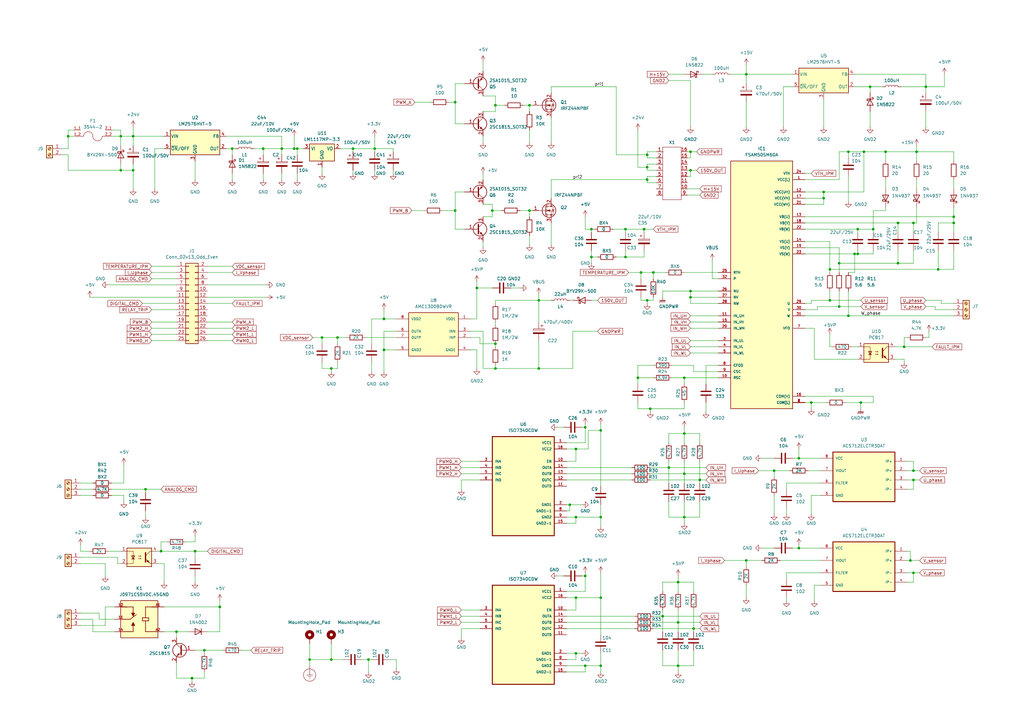
<source format=kicad_sch>
(kicad_sch (version 20230121) (generator eeschema)
  (paper "A3")
  (junction (at 83.82 266.7))
  (junction (at 356.87 35.56))
  (junction (at 220.98 151.13))
  (junction (at 138.43 138.43))
  (junction (at 186.69 86.36))
  (junction (at 368.3 91.44))
  (junction (at 242.57 105.41))
  (junction (at 201.93 86.36))
  (junction (at 157.48 143.51))
  (junction (at 59.69 200.66))
  (junction (at 391.16 88.9))
  (junction (at 278.13 255.27))
  (junction (at 236.22 245.11))
  (junction (at 78.74 278.13))
  (junction (at 337.82 78.74))
  (junction (at 351.79 104.14))
  (junction (at 374.65 234.95))
  (junction (at 242.57 93.98))
  (junction (at 265.43 63.5))
  (junction (at 240.03 175.26))
  (junction (at 80.01 226.06))
  (junction (at 350.52 104.14))
  (junction (at 157.48 130.81))
  (junction (at 217.17 86.36))
  (junction (at 374.65 193.04))
  (junction (at 379.73 35.56))
  (junction (at 391.16 91.44))
  (junction (at 203.2 151.13))
  (junction (at 280.67 177.8))
  (junction (at 240.03 273.05))
  (junction (at 347.98 62.23))
  (junction (at 256.54 93.98))
  (junction (at 66.04 226.06))
  (junction (at 278.13 238.76))
  (junction (at 374.65 196.85))
  (junction (at 266.7 167.64))
  (junction (at 332.74 165.1))
  (junction (at 368.3 107.95))
  (junction (at 120.65 60.96))
  (junction (at 283.21 69.85))
  (junction (at 236.22 184.15))
  (junction (at 274.32 191.77))
  (junction (at 107.95 60.96))
  (junction (at 370.84 142.24))
  (junction (at 267.97 111.76))
  (junction (at 351.79 93.98))
  (junction (at 262.89 111.76))
  (junction (at 265.43 73.66))
  (junction (at 337.82 81.28))
  (junction (at 358.14 93.98))
  (junction (at 284.48 257.81))
  (junction (at 195.58 118.11))
  (junction (at 153.67 60.96))
  (junction (at 271.78 252.73))
  (junction (at 144.78 60.96))
  (junction (at 306.07 30.48))
  (junction (at 344.17 125.73))
  (junction (at 344.17 107.95))
  (junction (at 375.92 62.23))
  (junction (at 233.68 207.01))
  (junction (at 373.38 229.87))
  (junction (at 261.62 154.94))
  (junction (at 217.17 43.18))
  (junction (at 246.38 176.53))
  (junction (at 265.43 123.19))
  (junction (at 264.16 93.98))
  (junction (at 347.98 129.54))
  (junction (at 236.22 212.09))
  (junction (at 327.66 224.79))
  (junction (at 280.67 154.94))
  (junction (at 240.03 236.22))
  (junction (at 127 270.51))
  (junction (at 354.33 62.23))
  (junction (at 283.21 121.92))
  (junction (at 317.5 193.04))
  (junction (at 340.36 123.19))
  (junction (at 121.92 60.96))
  (junction (at 327.66 187.96))
  (junction (at 135.89 270.51))
  (junction (at 135.89 151.13))
  (junction (at 115.57 60.96))
  (junction (at 340.36 110.49))
  (junction (at 203.2 140.97))
  (junction (at 49.53 55.88))
  (junction (at 306.07 229.87))
  (junction (at 280.67 194.31))
  (junction (at 287.02 196.85))
  (junction (at 203.2 43.18))
  (junction (at 27.94 55.88))
  (junction (at 72.39 259.08))
  (junction (at 246.38 245.11))
  (junction (at 353.06 165.1))
  (junction (at 283.21 62.23))
  (junction (at 256.54 105.41))
  (junction (at 374.65 91.44))
  (junction (at 363.22 62.23))
  (junction (at 95.25 60.96))
  (junction (at 54.61 55.88))
  (junction (at 384.81 110.49))
  (junction (at 132.08 138.43))
  (junction (at 151.13 270.51))
  (junction (at 186.69 41.91))
  (junction (at 220.98 123.19))
  (junction (at 246.38 273.05))
  (junction (at 49.53 69.85))
  (junction (at 278.13 273.05))
  (junction (at 90.17 248.92))
  (junction (at 54.61 69.85))
  (junction (at 280.67 212.09))
  (junction (at 236.22 267.97))
  (junction (at 265.43 68.58))
  (junction (at 246.38 212.09))
  (junction (at 283.21 119.38))
  (wire (pts (xy 198.12 99.06) (xy 198.12 101.6)))
  (wire (pts (xy 144.78 69.85) (xy 144.78 71.12)))
  (wire (pts (xy 45.72 55.88) (xy 49.53 55.88)))
  (wire (pts (xy 186.69 93.98) (xy 190.5 93.98)))
  (wire (pts (xy 283.21 69.85) (xy 283.21 72.39)))
  (wire (pts (xy 189.23 257.81) (xy 196.85 257.81)))
  (wire (pts (xy 148.59 270.51) (xy 151.13 270.51)))
  (wire (pts (xy 217.17 96.52) (xy 217.17 100.33)))
  (wire (pts (xy 379.73 35.56) (xy 369.57 35.56)))
  (wire (pts (xy 281.94 62.23) (xy 283.21 62.23)))
  (wire (pts (xy 121.92 60.96) (xy 124.46 60.96)))
  (wire (pts (xy 330.2 83.82) (xy 337.82 83.82)))
  (wire (pts (xy 196.85 138.43) (xy 196.85 140.97)))
  (wire (pts (xy 190.5 34.29) (xy 186.69 34.29)))
  (wire (pts (xy 372.11 234.95) (xy 374.65 234.95)))
  (wire (pts (xy 203.2 124.46) (xy 203.2 123.19)))
  (wire (pts (xy 368.3 107.95) (xy 374.65 107.95)))
  (wire (pts (xy 33.02 198.12) (xy 38.1 198.12)))
  (wire (pts (xy 322.58 208.28) (xy 322.58 210.82)))
  (wire (pts (xy 256.54 93.98) (xy 256.54 95.25)))
  (wire (pts (xy 50.8 190.5) (xy 50.8 198.12)))
  (wire (pts (xy 189.23 257.81) (xy 189.23 261.62)))
  (wire (pts (xy 379.73 30.48) (xy 379.73 35.56)))
  (wire (pts (xy 78.74 278.13) (xy 83.82 278.13)))
  (wire (pts (xy 278.13 266.7) (xy 278.13 273.05)))
  (wire (pts (xy 228.6 236.22) (xy 231.14 236.22)))
  (wire (pts (xy 240.03 273.05) (xy 240.03 275.59)))
  (wire (pts (xy 391.16 88.9) (xy 391.16 91.44)))
  (wire (pts (xy 107.95 60.96) (xy 107.95 63.5)))
  (wire (pts (xy 372.11 200.66) (xy 374.65 200.66)))
  (wire (pts (xy 151.13 270.51) (xy 152.4 270.51)))
  (wire (pts (xy 344.17 101.6) (xy 344.17 107.95)))
  (wire (pts (xy 240.03 88.9) (xy 240.03 93.98)))
  (wire (pts (xy 358.14 165.1) (xy 353.06 165.1)))
  (wire (pts (xy 344.17 111.76) (xy 344.17 107.95)))
  (wire (pts (xy 135.89 151.13) (xy 135.89 152.4)))
  (wire (pts (xy 198.12 151.13) (xy 203.2 151.13)))
  (wire (pts (xy 283.21 121.92) (xy 294.64 121.92)))
  (wire (pts (xy 72.39 127) (xy 62.23 127)))
  (wire (pts (xy 325.12 30.48) (xy 306.07 30.48)))
  (wire (pts (xy 334.01 134.62) (xy 334.01 147.32)))
  (wire (pts (xy 232.41 273.05) (xy 240.03 273.05)))
  (wire (pts (xy 284.48 238.76) (xy 284.48 242.57)))
  (wire (pts (xy 261.62 167.64) (xy 266.7 167.64)))
  (wire (pts (xy 280.67 194.31) (xy 280.67 198.12)))
  (wire (pts (xy 153.67 55.88) (xy 153.67 60.96)))
  (wire (pts (xy 265.43 62.23) (xy 269.24 62.23)))
  (wire (pts (xy 95.25 134.62) (xy 85.09 134.62)))
  (wire (pts (xy 265.43 68.58) (xy 261.62 68.58)))
  (wire (pts (xy 181.61 86.36) (xy 186.69 86.36)))
  (wire (pts (xy 242.57 105.41) (xy 245.11 105.41)))
  (wire (pts (xy 265.43 73.66) (xy 265.43 72.39)))
  (wire (pts (xy 252.73 35.56) (xy 226.06 35.56)))
  (wire (pts (xy 72.39 271.78) (xy 72.39 278.13)))
  (wire (pts (xy 243.84 93.98) (xy 242.57 93.98)))
  (wire (pts (xy 347.98 129.54) (xy 391.16 129.54)))
  (wire (pts (xy 266.7 191.77) (xy 274.32 191.77)))
  (wire (pts (xy 386.08 124.46) (xy 391.16 124.46)))
  (wire (pts (xy 368.3 102.87) (xy 368.3 107.95)))
  (wire (pts (xy 232.41 191.77) (xy 259.08 191.77)))
  (wire (pts (xy 193.04 138.43) (xy 196.85 138.43)))
  (wire (pts (xy 370.84 147.32) (xy 370.84 148.59)))
  (wire (pts (xy 232.41 189.23) (xy 236.22 189.23)))
  (wire (pts (xy 43.18 256.54) (xy 43.18 248.92)))
  (wire (pts (xy 372.11 138.43) (xy 370.84 138.43)))
  (wire (pts (xy 283.21 119.38) (xy 294.64 119.38)))
  (wire (pts (xy 127 270.51) (xy 135.89 270.51)))
  (wire (pts (xy 49.53 231.14) (xy 48.26 231.14)))
  (wire (pts (xy 278.13 238.76) (xy 278.13 242.57)))
  (wire (pts (xy 306.07 240.03) (xy 306.07 245.11)))
  (wire (pts (xy 189.23 250.19) (xy 196.85 250.19)))
  (wire (pts (xy 374.65 200.66) (xy 374.65 196.85)))
  (wire (pts (xy 120.65 60.96) (xy 121.92 60.96)))
  (wire (pts (xy 45.72 53.34) (xy 49.53 53.34)))
  (wire (pts (xy 44.45 226.06) (xy 49.53 226.06)))
  (wire (pts (xy 283.21 139.7) (xy 294.64 139.7)))
  (wire (pts (xy 33.02 226.06) (xy 36.83 226.06)))
  (wire (pts (xy 27.94 55.88) (xy 27.94 53.34)))
  (wire (pts (xy 115.57 60.96) (xy 115.57 63.5)))
  (wire (pts (xy 48.26 231.14) (xy 48.26 228.6)))
  (wire (pts (xy 379.73 125.73) (xy 383.54 125.73)))
  (wire (pts (xy 358.14 93.98) (xy 358.14 86.36)))
  (wire (pts (xy 138.43 138.43) (xy 142.24 138.43)))
  (wire (pts (xy 189.23 252.73) (xy 196.85 252.73)))
  (wire (pts (xy 220.98 151.13) (xy 234.95 151.13)))
  (wire (pts (xy 280.67 154.94) (xy 280.67 157.48)))
  (wire (pts (xy 383.54 127) (xy 391.16 127)))
  (wire (pts (xy 280.67 177.8) (xy 287.02 177.8)))
  (wire (pts (xy 381 135.89) (xy 381 138.43)))
  (wire (pts (xy 66.04 222.25) (xy 68.58 222.25)))
  (wire (pts (xy 232.41 275.59) (xy 240.03 275.59)))
  (wire (pts (xy 274.32 205.74) (xy 274.32 212.09)))
  (wire (pts (xy 269.24 74.93) (xy 265.43 74.93)))
  (wire (pts (xy 287.02 177.8) (xy 287.02 181.61)))
  (wire (pts (xy 335.28 127) (xy 330.2 127)))
  (wire (pts (xy 271.78 119.38) (xy 271.78 121.92)))
  (wire (pts (xy 232.41 212.09) (xy 236.22 212.09)))
  (wire (pts (xy 66.04 226.06) (xy 66.04 222.25)))
  (wire (pts (xy 267.97 252.73) (xy 271.78 252.73)))
  (wire (pts (xy 278.13 273.05) (xy 278.13 275.59)))
  (wire (pts (xy 317.5 203.2) (xy 317.5 210.82)))
  (wire (pts (xy 246.38 234.95) (xy 246.38 245.11)))
  (wire (pts (xy 354.33 62.23) (xy 347.98 62.23)))
  (wire (pts (xy 386.08 123.19) (xy 386.08 124.46)))
  (wire (pts (xy 370.84 138.43) (xy 370.84 142.24)))
  (wire (pts (xy 54.61 55.88) (xy 54.61 59.69)))
  (wire (pts (xy 340.36 119.38) (xy 340.36 123.19)))
  (wire (pts (xy 92.71 60.96) (xy 95.25 60.96)))
  (wire (pts (xy 152.4 148.59) (xy 152.4 152.4)))
  (wire (pts (xy 80.01 236.22) (xy 80.01 238.76)))
  (wire (pts (xy 33.02 254) (xy 38.1 254)))
  (wire (pts (xy 256.54 102.87) (xy 256.54 105.41)))
  (wire (pts (xy 228.6 175.26) (xy 231.14 175.26)))
  (wire (pts (xy 80.01 226.06) (xy 80.01 228.6)))
  (wire (pts (xy 262.89 121.92) (xy 262.89 123.19)))
  (wire (pts (xy 322.58 245.11) (xy 322.58 246.38)))
  (wire (pts (xy 62.23 111.76) (xy 72.39 111.76)))
  (wire (pts (xy 85.09 259.08) (xy 90.17 259.08)))
  (wire (pts (xy 189.23 255.27) (xy 196.85 255.27)))
  (wire (pts (xy 274.32 191.77) (xy 289.56 191.77)))
  (wire (pts (xy 287.02 212.09) (xy 280.67 212.09)))
  (wire (pts (xy 170.18 41.91) (xy 176.53 41.91)))
  (wire (pts (xy 320.04 229.87) (xy 336.55 229.87)))
  (wire (pts (xy 67.31 55.88) (xy 54.61 55.88)))
  (wire (pts (xy 189.23 191.77) (xy 196.85 191.77)))
  (wire (pts (xy 350.52 30.48) (xy 379.73 30.48)))
  (wire (pts (xy 203.2 123.19) (xy 220.98 123.19)))
  (wire (pts (xy 367.03 142.24) (xy 370.84 142.24)))
  (wire (pts (xy 330.2 129.54) (xy 347.98 129.54)))
  (wire (pts (xy 214.63 43.18) (xy 217.17 43.18)))
  (wire (pts (xy 363.22 73.66) (xy 363.22 77.47)))
  (wire (pts (xy 384.81 95.25) (xy 384.81 91.44)))
  (wire (pts (xy 346.71 165.1) (xy 353.06 165.1)))
  (wire (pts (xy 266.7 194.31) (xy 280.67 194.31)))
  (wire (pts (xy 80.01 226.06) (xy 85.09 226.06)))
  (wire (pts (xy 317.5 195.58) (xy 317.5 193.04)))
  (wire (pts (xy 350.52 104.14) (xy 351.79 104.14)))
  (wire (pts (xy 217.17 43.18) (xy 217.17 45.72)))
  (wire (pts (xy 198.12 55.88) (xy 198.12 58.42)))
  (wire (pts (xy 67.31 248.92) (xy 90.17 248.92)))
  (wire (pts (xy 80.01 219.71) (xy 80.01 222.25)))
  (wire (pts (xy 220.98 139.7) (xy 220.98 151.13)))
  (wire (pts (xy 274.32 177.8) (xy 280.67 177.8)))
  (wire (pts (xy 267.97 257.81) (xy 284.48 257.81)))
  (wire (pts (xy 280.67 154.94) (xy 294.64 154.94)))
  (wire (pts (xy 33.02 231.14) (xy 43.18 231.14)))
  (wire (pts (xy 195.58 143.51) (xy 195.58 151.13)))
  (wire (pts (xy 327.66 184.15) (xy 327.66 187.96)))
  (wire (pts (xy 95.25 60.96) (xy 95.25 63.5)))
  (wire (pts (xy 283.21 119.38) (xy 271.78 119.38)))
  (wire (pts (xy 33.02 228.6) (xy 48.26 228.6)))
  (wire (pts (xy 232.41 270.51) (xy 236.22 270.51)))
  (wire (pts (xy 251.46 93.98) (xy 256.54 93.98)))
  (wire (pts (xy 62.23 109.22) (xy 72.39 109.22)))
  (wire (pts (xy 246.38 173.99) (xy 246.38 176.53)))
  (wire (pts (xy 306.07 41.91) (xy 306.07 52.07)))
  (wire (pts (xy 317.5 193.04) (xy 311.15 193.04)))
  (wire (pts (xy 49.53 67.31) (xy 49.53 69.85)))
  (wire (pts (xy 265.43 63.5) (xy 265.43 64.77)))
  (wire (pts (xy 331.47 193.04) (xy 336.55 193.04)))
  (wire (pts (xy 33.02 251.46) (xy 40.64 251.46)))
  (wire (pts (xy 232.41 245.11) (xy 236.22 245.11)))
  (wire (pts (xy 226.06 73.66) (xy 226.06 81.28)))
  (wire (pts (xy 351.79 104.14) (xy 358.14 104.14)))
  (wire (pts (xy 54.61 69.85) (xy 54.61 77.47)))
  (wire (pts (xy 195.58 118.11) (xy 195.58 130.81)))
  (wire (pts (xy 281.94 80.01) (xy 287.02 80.01)))
  (wire (pts (xy 261.62 149.86) (xy 261.62 154.94)))
  (wire (pts (xy 363.22 85.09) (xy 363.22 86.36)))
  (wire (pts (xy 95.25 60.96) (xy 96.52 60.96)))
  (wire (pts (xy 157.48 135.89) (xy 157.48 143.51)))
  (wire (pts (xy 336.55 224.79) (xy 327.66 224.79)))
  (wire (pts (xy 280.67 111.76) (xy 294.64 111.76)))
  (wire (pts (xy 236.22 184.15) (xy 241.3 184.15)))
  (wire (pts (xy 85.09 121.92) (xy 109.22 121.92)))
  (wire (pts (xy 265.43 68.58) (xy 265.43 67.31)))
  (wire (pts (xy 344.17 125.73) (xy 353.06 125.73)))
  (wire (pts (xy 236.22 212.09) (xy 236.22 214.63)))
  (wire (pts (xy 54.61 52.07) (xy 54.61 55.88)))
  (wire (pts (xy 283.21 64.77) (xy 283.21 62.23)))
  (wire (pts (xy 201.93 83.82) (xy 201.93 86.36)))
  (wire (pts (xy 265.43 123.19) (xy 267.97 123.19)))
  (wire (pts (xy 120.65 55.88) (xy 120.65 60.96)))
  (wire (pts (xy 59.69 209.55) (xy 59.69 212.09)))
  (wire (pts (xy 246.38 212.09) (xy 246.38 207.01)))
  (wire (pts (xy 72.39 259.08) (xy 72.39 261.62)))
  (wire (pts (xy 363.22 62.23) (xy 375.92 62.23)))
  (wire (pts (xy 64.77 226.06) (xy 66.04 226.06)))
  (wire (pts (xy 132.08 148.59) (xy 132.08 151.13)))
  (wire (pts (xy 340.36 110.49) (xy 340.36 99.06)))
  (wire (pts (xy 198.12 135.89) (xy 198.12 151.13)))
  (wire (pts (xy 226.06 91.44) (xy 226.06 100.33)))
  (wire (pts (xy 278.13 238.76) (xy 284.48 238.76)))
  (wire (pts (xy 242.57 102.87) (xy 242.57 105.41)))
  (wire (pts (xy 278.13 250.19) (xy 278.13 255.27)))
  (wire (pts (xy 138.43 138.43) (xy 138.43 140.97)))
  (wire (pts (xy 367.03 147.32) (xy 370.84 147.32)))
  (wire (pts (xy 238.76 175.26) (xy 240.03 175.26)))
  (wire (pts (xy 356.87 45.72) (xy 356.87 52.07)))
  (wire (pts (xy 271.78 252.73) (xy 287.02 252.73)))
  (wire (pts (xy 189.23 189.23) (xy 196.85 189.23)))
  (wire (pts (xy 236.22 267.97) (xy 236.22 270.51)))
  (wire (pts (xy 234.95 135.89) (xy 234.95 151.13)))
  (wire (pts (xy 379.73 45.72) (xy 379.73 52.07)))
  (wire (pts (xy 252.73 105.41) (xy 256.54 105.41)))
  (wire (pts (xy 62.23 134.62) (xy 72.39 134.62)))
  (wire (pts (xy 292.1 106.68) (xy 292.1 114.3)))
  (wire (pts (xy 157.48 143.51) (xy 157.48 152.4)))
  (wire (pts (xy 241.3 184.15) (xy 241.3 176.53)))
  (wire (pts (xy 236.22 212.09) (xy 246.38 212.09)))
  (wire (pts (xy 49.53 53.34) (xy 49.53 55.88)))
  (wire (pts (xy 281.94 69.85) (xy 283.21 69.85)))
  (wire (pts (xy 287.02 205.74) (xy 287.02 212.09)))
  (wire (pts (xy 321.31 35.56) (xy 321.31 52.07)))
  (wire (pts (xy 261.62 154.94) (xy 267.97 154.94)))
  (wire (pts (xy 266.7 167.64) (xy 266.7 168.91)))
  (wire (pts (xy 368.3 91.44) (xy 374.65 91.44)))
  (wire (pts (xy 332.74 203.2) (xy 332.74 210.82)))
  (wire (pts (xy 186.69 41.91) (xy 186.69 50.8)))
  (wire (pts (xy 138.43 138.43) (xy 132.08 138.43)))
  (wire (pts (xy 246.38 273.05) (xy 246.38 275.59)))
  (wire (pts (xy 330.2 71.12) (xy 332.74 71.12)))
  (wire (pts (xy 340.36 137.16) (xy 340.36 142.24)))
  (wire (pts (xy 332.74 123.19) (xy 332.74 124.46)))
  (wire (pts (xy 375.92 85.09) (xy 375.92 91.44)))
  (wire (pts (xy 283.21 33.02) (xy 283.21 52.07)))
  (wire (pts (xy 335.28 125.73) (xy 335.28 127)))
  (wire (pts (xy 283.21 124.46) (xy 294.64 124.46)))
  (wire (pts (xy 189.23 196.85) (xy 189.23 200.66)))
  (wire (pts (xy 252.73 63.5) (xy 252.73 35.56)))
  (wire (pts (xy 281.94 77.47) (xy 287.02 77.47)))
  (wire (pts (xy 25.4 63.5) (xy 27.94 63.5)))
  (wire (pts (xy 232.41 181.61) (xy 240.03 181.61)))
  (wire (pts (xy 283.21 69.85) (xy 285.75 69.85)))
  (wire (pts (xy 27.94 69.85) (xy 49.53 69.85)))
  (wire (pts (xy 240.03 173.99) (xy 240.03 175.26)))
  (wire (pts (xy 62.23 139.7) (xy 72.39 139.7)))
  (wire (pts (xy 358.14 93.98) (xy 358.14 95.25)))
  (wire (pts (xy 284.48 266.7) (xy 284.48 273.05)))
  (wire (pts (xy 274.32 191.77) (xy 274.32 198.12)))
  (wire (pts (xy 72.39 124.46) (xy 58.42 124.46)))
  (wire (pts (xy 321.31 35.56) (xy 325.12 35.56)))
  (wire (pts (xy 85.09 116.84) (xy 109.22 116.84)))
  (wire (pts (xy 233.68 123.19) (xy 234.95 123.19)))
  (wire (pts (xy 284.48 273.05) (xy 278.13 273.05)))
  (wire (pts (xy 72.39 278.13) (xy 78.74 278.13)))
  (wire (pts (xy 233.68 207.01) (xy 233.68 209.55)))
  (wire (pts (xy 83.82 266.7) (xy 91.44 266.7)))
  (wire (pts (xy 275.59 149.86) (xy 284.48 149.86)))
  (wire (pts (xy 283.21 144.78) (xy 294.64 144.78)))
  (wire (pts (xy 347.98 62.23) (xy 347.98 64.77)))
  (wire (pts (xy 265.43 68.58) (xy 265.43 69.85)))
  (wire (pts (xy 349.25 142.24) (xy 351.79 142.24)))
  (wire (pts (xy 266.7 196.85) (xy 287.02 196.85)))
  (wire (pts (xy 327.66 223.52) (xy 327.66 224.79)))
  (wire (pts (xy 63.5 60.96) (xy 67.31 60.96)))
  (wire (pts (xy 99.06 266.7) (xy 102.87 266.7)))
  (wire (pts (xy 80.01 66.04) (xy 80.01 73.66)))
  (wire (pts (xy 151.13 270.51) (xy 151.13 275.59)))
  (wire (pts (xy 322.58 237.49) (xy 322.58 234.95)))
  (wire (pts (xy 240.03 273.05) (xy 246.38 273.05)))
  (wire (pts (xy 49.53 69.85) (xy 54.61 69.85)))
  (wire (pts (xy 217.17 86.36) (xy 217.17 88.9)))
  (wire (pts (xy 62.23 114.3) (xy 72.39 114.3)))
  (wire (pts (xy 325.12 187.96) (xy 327.66 187.96)))
  (wire (pts (xy 85.09 111.76) (xy 95.25 111.76)))
  (wire (pts (xy 168.91 86.36) (xy 173.99 86.36)))
  (wire (pts (xy 265.43 63.5) (xy 252.73 63.5)))
  (wire (pts (xy 135.89 270.51) (xy 140.97 270.51)))
  (wire (pts (xy 330.2 91.44) (xy 368.3 91.44)))
  (wire (pts (xy 330.2 104.14) (xy 350.52 104.14)))
  (wire (pts (xy 78.74 278.13) (xy 78.74 279.4)))
  (wire (pts (xy 49.53 55.88) (xy 54.61 55.88)))
  (wire (pts (xy 242.57 107.95) (xy 242.57 105.41)))
  (wire (pts (xy 236.22 245.11) (xy 236.22 250.19)))
  (wire (pts (xy 265.43 73.66) (xy 265.43 74.93)))
  (wire (pts (xy 90.17 246.38) (xy 90.17 248.92)))
  (wire (pts (xy 83.82 275.59) (xy 83.82 278.13)))
  (wire (pts (xy 278.13 255.27) (xy 287.02 255.27)))
  (wire (pts (xy 330.2 162.56) (xy 358.14 162.56)))
  (wire (pts (xy 232.41 214.63) (xy 236.22 214.63)))
  (wire (pts (xy 337.82 40.64) (xy 337.82 52.07)))
  (wire (pts (xy 203.2 151.13) (xy 220.98 151.13)))
  (wire (pts (xy 379.73 123.19) (xy 386.08 123.19)))
  (wire (pts (xy 46.99 254) (xy 40.64 254)))
  (wire (pts (xy 269.24 64.77) (xy 265.43 64.77)))
  (wire (pts (xy 284.48 149.86) (xy 284.48 152.4)))
  (wire (pts (xy 138.43 148.59) (xy 138.43 151.13)))
  (wire (pts (xy 262.89 111.76) (xy 262.89 114.3)))
  (wire (pts (xy 241.3 176.53) (xy 246.38 176.53)))
  (wire (pts (xy 135.89 264.16) (xy 135.89 270.51)))
  (wire (pts (xy 238.76 236.22) (xy 240.03 236.22)))
  (wire (pts (xy 153.67 60.96) (xy 153.67 62.23)))
  (wire (pts (xy 379.73 138.43) (xy 381 138.43)))
  (wire (pts (xy 242.57 123.19) (xy 245.11 123.19)))
  (wire (pts (xy 45.72 203.2) (xy 50.8 203.2)))
  (wire (pts (xy 374.65 102.87) (xy 374.65 107.95)))
  (wire (pts (xy 43.18 248.92) (xy 46.99 248.92)))
  (wire (pts (xy 144.78 60.96) (xy 153.67 60.96)))
  (wire (pts (xy 54.61 67.31) (xy 54.61 69.85)))
  (wire (pts (xy 186.69 50.8) (xy 190.5 50.8)))
  (wire (pts (xy 330.2 73.66) (xy 344.17 73.66)))
  (wire (pts (xy 190.5 78.74) (xy 186.69 78.74)))
  (wire (pts (xy 107.95 60.96) (xy 115.57 60.96)))
  (wire (pts (xy 265.43 67.31) (xy 269.24 67.31)))
  (wire (pts (xy 347.98 119.38) (xy 347.98 129.54)))
  (wire (pts (xy 358.14 86.36) (xy 363.22 86.36)))
  (wire (pts (xy 283.21 134.62) (xy 294.64 134.62)))
  (wire (pts (xy 373.38 229.87) (xy 377.19 229.87)))
  (wire (pts (xy 157.48 127) (xy 157.48 130.81)))
  (wire (pts (xy 198.12 83.82) (xy 201.93 83.82)))
  (wire (pts (xy 232.41 255.27) (xy 260.35 255.27)))
  (wire (pts (xy 33.02 200.66) (xy 38.1 200.66)))
  (wire (pts (xy 354.33 78.74) (xy 354.33 62.23)))
  (wire (pts (xy 127 270.51) (xy 127 273.05)))
  (wire (pts (xy 322.58 200.66) (xy 322.58 198.12)))
  (wire (pts (xy 186.69 34.29) (xy 186.69 41.91)))
  (wire (pts (xy 358.14 162.56) (xy 358.14 165.1)))
  (wire (pts (xy 226.06 73.66) (xy 265.43 73.66)))
  (wire (pts (xy 379.73 35.56) (xy 379.73 38.1)))
  (wire (pts (xy 232.41 250.19) (xy 236.22 250.19)))
  (wire (pts (xy 271.78 273.05) (xy 278.13 273.05)))
  (wire (pts (xy 236.22 267.97) (xy 238.76 267.97)))
  (wire (pts (xy 274.32 177.8) (xy 274.32 181.61)))
  (wire (pts (xy 330.2 99.06) (xy 340.36 99.06)))
  (wire (pts (xy 312.42 187.96) (xy 317.5 187.96)))
  (wire (pts (xy 149.86 138.43) (xy 162.56 138.43)))
  (wire (pts (xy 283.21 119.38) (xy 283.21 121.92)))
  (wire (pts (xy 344.17 107.95) (xy 368.3 107.95)))
  (wire (pts (xy 33.02 203.2) (xy 38.1 203.2)))
  (wire (pts (xy 232.41 184.15) (xy 236.22 184.15)))
  (wire (pts (xy 115.57 55.88) (xy 115.57 60.96)))
  (wire (pts (xy 144.78 60.96) (xy 144.78 62.23)))
  (wire (pts (xy 351.79 93.98) (xy 358.14 93.98)))
  (wire (pts (xy 274.32 189.23) (xy 274.32 191.77)))
  (wire (pts (xy 283.21 132.08) (xy 294.64 132.08)))
  (wire (pts (xy 67.31 231.14) (xy 67.31 238.76)))
  (wire (pts (xy 186.69 78.74) (xy 186.69 86.36)))
  (wire (pts (xy 95.25 137.16) (xy 85.09 137.16)))
  (wire (pts (xy 220.98 120.65) (xy 220.98 123.19)))
  (wire (pts (xy 80.01 266.7) (xy 83.82 266.7)))
  (wire (pts (xy 283.21 142.24) (xy 294.64 142.24)))
  (wire (pts (xy 162.56 270.51) (xy 162.56 274.32)))
  (wire (pts (xy 374.65 234.95) (xy 374.65 238.76)))
  (wire (pts (xy 269.24 69.85) (xy 265.43 69.85)))
  (wire (pts (xy 240.03 175.26) (xy 240.03 181.61)))
  (wire (pts (xy 246.38 176.53) (xy 246.38 199.39)))
  (wire (pts (xy 374.65 234.95) (xy 377.19 234.95)))
  (wire (pts (xy 274.32 33.02) (xy 283.21 33.02)))
  (wire (pts (xy 152.4 130.81) (xy 152.4 140.97)))
  (wire (pts (xy 232.41 194.31) (xy 259.08 194.31)))
  (wire (pts (xy 198.12 39.37) (xy 203.2 39.37)))
  (wire (pts (xy 196.85 140.97) (xy 203.2 140.97)))
  (wire (pts (xy 92.71 55.88) (xy 115.57 55.88)))
  (wire (pts (xy 121.92 71.12) (xy 121.92 73.66)))
  (wire (pts (xy 372.11 226.06) (xy 373.38 226.06)))
  (wire (pts (xy 256.54 93.98) (xy 264.16 93.98)))
  (wire (pts (xy 340.36 123.19) (xy 353.06 123.19)))
  (wire (pts (xy 236.22 245.11) (xy 246.38 245.11)))
  (wire (pts (xy 375.92 62.23) (xy 391.16 62.23)))
  (wire (pts (xy 104.14 60.96) (xy 107.95 60.96)))
  (wire (pts (xy 325.12 224.79) (xy 327.66 224.79)))
  (wire (pts (xy 203.2 149.86) (xy 203.2 151.13)))
  (wire (pts (xy 33.02 223.52) (xy 33.02 226.06)))
  (wire (pts (xy 271.78 238.76) (xy 271.78 242.57)))
  (wire (pts (xy 193.04 130.81) (xy 195.58 130.81)))
  (wire (pts (xy 49.53 55.88) (xy 49.53 59.69)))
  (wire (pts (xy 306.07 229.87) (xy 306.07 232.41)))
  (wire (pts (xy 375.92 59.69) (xy 375.92 62.23)))
  (wire (pts (xy 232.41 207.01) (xy 233.68 207.01)))
  (wire (pts (xy 234.95 135.89) (xy 245.11 135.89)))
  (wire (pts (xy 280.67 194.31) (xy 289.56 194.31)))
  (wire (pts (xy 236.22 184.15) (xy 236.22 189.23)))
  (wire (pts (xy 27.94 55.88) (xy 30.48 55.88)))
  (wire (pts (xy 217.17 86.36) (xy 218.44 86.36)))
  (wire (pts (xy 356.87 35.56) (xy 361.95 35.56)))
  (wire (pts (xy 161.29 69.85) (xy 161.29 71.12)))
  (wire (pts (xy 373.38 226.06) (xy 373.38 229.87)))
  (wire (pts (xy 46.99 259.08) (xy 38.1 259.08)))
  (wire (pts (xy 372.11 229.87) (xy 373.38 229.87)))
  (wire (pts (xy 132.08 68.58) (xy 132.08 71.12)))
  (wire (pts (xy 261.62 154.94) (xy 261.62 157.48)))
  (wire (pts (xy 198.12 71.12) (xy 198.12 73.66)))
  (wire (pts (xy 275.59 154.94) (xy 280.67 154.94)))
  (wire (pts (xy 374.65 91.44) (xy 374.65 95.25)))
  (wire (pts (xy 85.09 132.08) (xy 95.25 132.08)))
  (wire (pts (xy 284.48 257.81) (xy 284.48 259.08)))
  (wire (pts (xy 384.81 102.87) (xy 384.81 110.49)))
  (wire (pts (xy 261.62 149.86) (xy 267.97 149.86)))
  (wire (pts (xy 358.14 102.87) (xy 358.14 104.14)))
  (wire (pts (xy 189.23 196.85) (xy 196.85 196.85)))
  (wire (pts (xy 332.74 165.1) (xy 332.74 167.64)))
  (wire (pts (xy 391.16 85.09) (xy 391.16 88.9)))
  (wire (pts (xy 356.87 35.56) (xy 356.87 38.1)))
  (wire (pts (xy 232.41 257.81) (xy 260.35 257.81)))
  (wire (pts (xy 274.32 30.48) (xy 280.67 30.48)))
  (wire (pts (xy 198.12 45.72) (xy 203.2 45.72)))
  (wire (pts (xy 233.68 207.01) (xy 238.76 207.01)))
  (wire (pts (xy 193.04 143.51) (xy 195.58 143.51)))
  (wire (pts (xy 340.36 111.76) (xy 340.36 110.49)))
  (wire (pts (xy 261.62 68.58) (xy 261.62 53.34)))
  (wire (pts (xy 264.16 105.41) (xy 264.16 102.87)))
  (wire (pts (xy 330.2 165.1) (xy 332.74 165.1)))
  (wire (pts (xy 38.1 259.08) (xy 38.1 254)))
  (wire (pts (xy 85.09 124.46) (xy 95.25 124.46)))
  (wire (pts (xy 332.74 123.19) (xy 340.36 123.19)))
  (wire (pts (xy 280.67 189.23) (xy 280.67 194.31)))
  (wire (pts (xy 152.4 130.81) (xy 157.48 130.81)))
  (wire (pts (xy 184.15 41.91) (xy 186.69 41.91)))
  (wire (pts (xy 186.69 86.36) (xy 186.69 93.98)))
  (wire (pts (xy 267.97 255.27) (xy 278.13 255.27)))
  (wire (pts (xy 332.74 165.1) (xy 339.09 165.1)))
  (wire (pts (xy 232.41 242.57) (xy 240.03 242.57)))
  (wire (pts (xy 267.97 111.76) (xy 273.05 111.76)))
  (wire (pts (xy 27.94 53.34) (xy 30.48 53.34)))
  (wire (pts (xy 372.11 193.04) (xy 374.65 193.04)))
  (wire (pts (xy 262.89 123.19) (xy 265.43 123.19)))
  (wire (pts (xy 265.43 63.5) (xy 265.43 62.23)))
  (wire (pts (xy 44.45 116.84) (xy 72.39 116.84)))
  (wire (pts (xy 220.98 123.19) (xy 220.98 132.08)))
  (wire (pts (xy 203.2 39.37) (xy 203.2 43.18)))
  (wire (pts (xy 330.2 93.98) (xy 351.79 93.98)))
  (wire (pts (xy 322.58 234.95) (xy 336.55 234.95)))
  (wire (pts (xy 240.03 236.22) (xy 240.03 242.57)))
  (wire (pts (xy 226.06 35.56) (xy 226.06 38.1)))
  (wire (pts (xy 274.32 212.09) (xy 280.67 212.09)))
  (wire (pts (xy 240.03 234.95) (xy 240.03 236.22)))
  (wire (pts (xy 289.56 149.86) (xy 294.64 149.86)))
  (wire (pts (xy 62.23 137.16) (xy 72.39 137.16)))
  (wire (pts (xy 322.58 198.12) (xy 336.55 198.12)))
  (wire (pts (xy 128.27 138.43) (xy 132.08 138.43)))
  (wire (pts (xy 201.93 86.36) (xy 201.93 88.9)))
  (wire (pts (xy 288.29 30.48) (xy 292.1 30.48)))
  (wire (pts (xy 33.02 256.54) (xy 43.18 256.54)))
  (wire (pts (xy 337.82 78.74) (xy 354.33 78.74)))
  (wire (pts (xy 198.12 88.9) (xy 201.93 88.9)))
  (wire (pts (xy 232.41 252.73) (xy 260.35 252.73)))
  (wire (pts (xy 391.16 91.44) (xy 391.16 95.25)))
  (wire (pts (xy 135.89 151.13) (xy 138.43 151.13)))
  (wire (pts (xy 284.48 250.19) (xy 284.48 257.81)))
  (wire (pts (xy 36.83 121.92) (xy 72.39 121.92)))
  (wire (pts (xy 330.2 81.28) (xy 337.82 81.28)))
  (wire (pts (xy 284.48 257.81) (xy 287.02 257.81)))
  (wire (pts (xy 271.78 252.73) (xy 271.78 259.08)))
  (wire (pts (xy 162.56 135.89) (xy 157.48 135.89)))
  (wire (pts (xy 203.2 43.18) (xy 203.2 45.72)))
  (wire (pts (xy 107.95 71.12) (xy 107.95 73.66)))
  (wire (pts (xy 280.67 165.1) (xy 280.67 167.64)))
  (wire (pts (xy 330.2 78.74) (xy 337.82 78.74)))
  (wire (pts (xy 115.57 71.12) (xy 115.57 73.66)))
  (wire (pts (xy 374.65 193.04) (xy 377.19 193.04)))
  (wire (pts (xy 384.81 110.49) (xy 391.16 110.49)))
  (wire (pts (xy 271.78 238.76) (xy 278.13 238.76)))
  (wire (pts (xy 256.54 105.41) (xy 264.16 105.41)))
  (wire (pts (xy 278.13 255.27) (xy 278.13 259.08)))
  (wire (pts (xy 162.56 130.81) (xy 157.48 130.81)))
  (wire (pts (xy 332.74 124.46) (xy 330.2 124.46)))
  (wire (pts (xy 203.2 43.18) (xy 207.01 43.18)))
  (wire (pts (xy 261.62 165.1) (xy 261.62 167.64)))
  (wire (pts (xy 374.65 91.44) (xy 375.92 91.44)))
  (wire (pts (xy 372.11 238.76) (xy 374.65 238.76)))
  (wire (pts (xy 203.2 132.08) (xy 203.2 133.35)))
  (wire (pts (xy 43.18 231.14) (xy 43.18 236.22)))
  (wire (pts (xy 132.08 138.43) (xy 132.08 140.97)))
  (wire (pts (xy 50.8 203.2) (xy 50.8 205.74)))
  (wire (pts (xy 271.78 250.19) (xy 271.78 252.73)))
  (wire (pts (xy 335.28 125.73) (xy 344.17 125.73)))
  (wire (pts (xy 63.5 60.96) (xy 63.5 77.47)))
  (wire (pts (xy 334.01 240.03) (xy 334.01 246.38)))
  (wire (pts (xy 353.06 165.1) (xy 353.06 167.64)))
  (wire (pts (xy 374.65 196.85) (xy 377.19 196.85)))
  (wire (pts (xy 232.41 267.97) (xy 236.22 267.97)))
  (wire (pts (xy 115.57 60.96) (xy 120.65 60.96)))
  (wire (pts (xy 121.92 60.96) (xy 121.92 63.5)))
  (wire (pts (xy 45.72 198.12) (xy 50.8 198.12)))
  (wire (pts (xy 340.36 110.49) (xy 384.81 110.49)))
  (wire (pts (xy 246.38 215.9) (xy 246.38 212.09)))
  (wire (pts (xy 332.74 203.2) (xy 336.55 203.2)))
  (wire (pts (xy 278.13 236.22) (xy 278.13 238.76)))
  (wire (pts (xy 375.92 62.23) (xy 375.92 66.04)))
  (wire (pts (xy 354.33 62.23) (xy 363.22 62.23)))
  (wire (pts (xy 203.2 140.97) (xy 203.2 142.24)))
  (wire (pts (xy 336.55 240.03) (xy 334.01 240.03)))
  (wire (pts (xy 76.2 222.25) (xy 80.01 222.25)))
  (wire (pts (xy 283.21 129.54) (xy 294.64 129.54)))
  (wire (pts (xy 59.69 200.66) (xy 59.69 201.93)))
  (wire (pts (xy 66.04 226.06) (xy 80.01 226.06)))
  (wire (pts (xy 297.18 229.87) (xy 306.07 229.87)))
  (wire (pts (xy 330.2 134.62) (xy 334.01 134.62)))
  (wire (pts (xy 387.35 30.48) (xy 387.35 35.56)))
  (wire (pts (xy 232.41 196.85) (xy 259.08 196.85)))
  (wire (pts (xy 379.73 35.56) (xy 387.35 35.56)))
  (wire (pts (xy 337.82 81.28) (xy 337.82 83.82)))
  (wire (pts (xy 330.2 101.6) (xy 344.17 101.6)))
  (wire (pts (xy 350.52 104.14) (xy 350.52 111.76)))
  (wire (pts (xy 189.23 194.31) (xy 196.85 194.31)))
  (wire (pts (xy 264.16 93.98) (xy 264.16 95.25)))
  (wire (pts (xy 161.29 60.96) (xy 161.29 62.23)))
  (wire (pts (xy 213.36 86.36) (xy 217.17 86.36)))
  (wire (pts (xy 363.22 66.04) (xy 363.22 62.23)))
  (wire (pts (xy 72.39 259.08) (xy 77.47 259.08)))
  (wire (pts (xy 344.17 62.23) (xy 347.98 62.23)))
  (wire (pts (xy 242.57 93.98) (xy 242.57 95.25)))
  (wire (pts (xy 201.93 86.36) (xy 205.74 86.36)))
  (wire (pts (xy 264.16 93.98) (xy 267.97 93.98)))
  (wire (pts (xy 160.02 270.51) (xy 162.56 270.51)))
  (wire (pts (xy 347.98 72.39) (xy 347.98 82.55)))
  (wire (pts (xy 283.21 121.92) (xy 283.21 124.46)))
  (wire (pts (xy 95.25 71.12) (xy 95.25 73.66)))
  (wire (pts (xy 306.07 30.48) (xy 306.07 34.29)))
  (wire (pts (xy 280.67 212.09) (xy 280.67 214.63)))
  (wire (pts (xy 85.09 139.7) (xy 95.25 139.7)))
  (wire (pts (xy 232.41 209.55) (xy 233.68 209.55)))
  (wire (pts (xy 27.94 63.5) (xy 27.94 69.85)))
  (wire (pts (xy 340.36 142.24) (xy 341.63 142.24)))
  (wire (pts (xy 25.4 60.96) (xy 27.94 60.96)))
  (wire (pts (xy 127 264.16) (xy 127 270.51)))
  (wire (pts (xy 62.23 132.08) (xy 72.39 132.08)))
  (wire (pts (xy 193.04 135.89) (xy 198.12 135.89)))
  (wire (pts (xy 368.3 91.44) (xy 368.3 95.25)))
  (wire (pts (xy 217.17 43.18) (xy 218.44 43.18)))
  (wire (pts (xy 45.72 200.66) (xy 59.69 200.66)))
  (wire (pts (xy 289.56 149.86) (xy 289.56 157.48)))
  (wire (pts (xy 195.58 118.11) (xy 201.93 118.11)))
  (wire (pts (xy 246.38 267.97) (xy 246.38 273.05)))
  (wire (pts (xy 383.54 125.73) (xy 383.54 127)))
  (wire (pts (xy 372.11 196.85) (xy 374.65 196.85)))
  (wire (pts (xy 350.52 35.56) (xy 356.87 35.56)))
  (wire (pts (xy 384.81 91.44) (xy 391.16 91.44)))
  (wire (pts (xy 312.42 229.87) (xy 306.07 229.87)))
  (wire (pts (xy 391.16 73.66) (xy 391.16 77.47)))
  (wire (pts (xy 132.08 151.13) (xy 135.89 151.13)))
  (wire (pts (xy 312.42 224.79) (xy 317.5 224.79)))
  (wire (pts (xy 153.67 60.96) (xy 161.29 60.96)))
  (wire (pts (xy 59.69 200.66) (xy 66.04 200.66)))
  (wire (pts (xy 280.67 177.8) (xy 280.67 181.61)))
  (wire (pts (xy 281.94 64.77) (xy 283.21 64.77)))
  (wire (pts (xy 375.92 73.66) (xy 375.92 77.47)))
  (wire (pts (xy 139.7 60.96) (xy 144.78 60.96)))
  (wire (pts (xy 195.58 115.57) (xy 195.58 118.11)))
  (wire (pts (xy 242.57 93.98) (xy 240.03 93.98)))
  (wire (pts (xy 280.67 175.26) (xy 280.67 177.8)))
  (wire (pts (xy 372.11 189.23) (xy 374.65 189.23)))
  (wire (pts (xy 267.97 121.92) (xy 267.97 123.19)))
  (wire (pts (xy 162.56 143.51) (xy 157.48 143.51)))
  (wire (pts (xy 40.64 254) (xy 40.64 251.46)))
  (wire (pts (xy 370.84 142.24) (xy 382.27 142.24)))
  (wire (pts (xy 67.31 259.08) (xy 72.39 259.08)))
  (wire (pts (xy 27.94 60.96) (xy 27.94 55.88)))
  (wire (pts (xy 209.55 118.11) (xy 213.36 118.11)))
  (wire (pts (xy 306.07 26.67) (xy 306.07 30.48)))
  (wire (pts (xy 198.12 25.4) (xy 198.12 29.21)))
  (wire (pts (xy 391.16 62.23) (xy 391.16 66.04)))
  (wire (pts (xy 266.7 167.64) (xy 280.67 167.64)))
  (wire (pts (xy 287.02 196.85) (xy 287.02 198.12)))
  (wire (pts (xy 267.97 111.76) (xy 267.97 114.3)))
  (wire (pts (xy 64.77 231.14) (xy 67.31 231.14)))
  (wire (pts (xy 330.2 88.9) (xy 391.16 88.9)))
  (wire (pts (xy 351.79 93.98) (xy 351.79 95.25)))
  (wire (pts (xy 350.52 111.76) (xy 347.98 111.76)))
  (wire (pts (xy 280.67 205.74) (xy 280.67 212.09)))
  (wire (pts (xy 281.94 72.39) (xy 283.21 72.39)))
  (wire (pts (xy 334.01 147.32) (xy 351.79 147.32)))
  (wire (pts (xy 246.38 260.35) (xy 246.38 245.11)))
  (wire (pts (xy 83.82 266.7) (xy 83.82 267.97)))
  (wire (pts (xy 265.43 123.19) (xy 265.43 124.46)))
  (wire (pts (xy 344.17 73.66) (xy 344.17 62.23)))
  (wire (pts (xy 226.06 48.26) (xy 226.06 58.42)))
  (wire (pts (xy 336.55 187.96) (xy 327.66 187.96)))
  (wire (pts (xy 292.1 114.3) (xy 294.64 114.3)))
  (wire (pts (xy 289.56 165.1) (xy 289.56 168.91)))
  (wire (pts (xy 283.21 62.23) (xy 285.75 62.23)))
  (wire (pts (xy 271.78 266.7) (xy 271.78 273.05)))
  (wire (pts (xy 374.65 189.23) (xy 374.65 193.04)))
  (wire (pts (xy 153.67 69.85) (xy 153.67 71.12)))
  (wire (pts (xy 90.17 248.92) (xy 90.17 259.08)))
  (wire (pts (xy 287.02 196.85) (xy 289.56 196.85)))
  (wire (pts (xy 265.43 72.39) (xy 269.24 72.39)))
  (wire (pts (xy 284.48 152.4) (xy 294.64 152.4)))
  (wire (pts (xy 262.89 111.76) (xy 267.97 111.76)))
  (wire (pts (xy 337.82 78.74) (xy 337.82 81.28)))
  (wire (pts (xy 317.5 193.04) (xy 323.85 193.04)))
  (wire (pts (xy 257.81 111.76) (xy 262.89 111.76)))
  (wire (pts (xy 351.79 102.87) (xy 351.79 104.14)))
  (wire (pts (xy 299.72 30.48) (xy 306.07 30.48)))
  (wire (pts (xy 344.17 119.38) (xy 344.17 125.73)))
  (wire (pts (xy 85.09 109.22) (xy 95.25 109.22)))
  (wire (pts (xy 287.02 189.23) (xy 287.02 196.85)))
  (wire (pts (xy 217.17 53.34) (xy 217.17 58.42)))
  (wire (pts (xy 391.16 102.87) (xy 391.16 110.49)))
  (wire (pts (xy 220.98 123.19) (xy 226.06 123.19)))
  (label "pri2" (at 234.95 73.66 0))
  (label "W_phase" (at 353.06 129.54 0))
  (label "pri1" (at 243.84 35.56 0))
  (global_label "IN_UH" (shape input) (at 289.56 191.77 0) (property "Intersheetrefs" "${INTERSHEET_REFS}" (effects hide)))
  (global_label "ANALOG_CMD" (shape input) (at 62.23 114.3 180) (property "Intersheetrefs" "${INTERSHEET_REFS}" (effects hide)))
  (global_label "VTH_IPM" (shape input) (at 332.74 71.12 0) (property "Intersheetrefs" "${INTERSHEET_REFS}" (effects hide)))
  (global_label "IN_WL" (shape input) (at 283.21 144.78 180) (property "Intersheetrefs" "${INTERSHEET_REFS}" (effects hide)))
  (global_label "I_Vphase" (shape input) (at 297.18 229.87 180) (property "Intersheetrefs" "${INTERSHEET_REFS}" (effects hide)))
  (global_label "V_sensor" (shape input) (at 353.06 125.73 0) (property "Intersheetrefs" "${INTERSHEET_REFS}" (effects hide)))
  (global_label "IN_WL" (shape input) (at 287.02 257.81 0) (property "Intersheetrefs" "${INTERSHEET_REFS}" (effects hide)))
  (global_label "DIGITAL_CMD" (shape input) (at 85.09 226.06 0) (property "Intersheetrefs" "${INTERSHEET_REFS}" (effects hide)))
  (global_label "V_phase" (shape input) (at 377.19 234.95 0) (property "Intersheetrefs" "${INTERSHEET_REFS}" (effects hide)))
  (global_label "I_Vphase" (shape input) (at 95.25 111.76 0) (property "Intersheetrefs" "${INTERSHEET_REFS}" (effects hide)))
  (global_label "IN_WH" (shape input) (at 289.56 196.85 0) (property "Intersheetrefs" "${INTERSHEET_REFS}" (effects hide)))
  (global_label "V_phase" (shape input) (at 379.73 125.73 180) (property "Intersheetrefs" "${INTERSHEET_REFS}" (effects hide)))
  (global_label "TEMPERATURE_IPM" (shape input) (at 257.81 111.76 180) (property "Intersheetrefs" "${INTERSHEET_REFS}" (effects hide)))
  (global_label "PWM2_L" (shape input) (at 189.23 255.27 180) (property "Intersheetrefs" "${INTERSHEET_REFS}" (effects hide)))
  (global_label "RELAY_TRIP" (shape input) (at 102.87 266.7 0) (property "Intersheetrefs" "${INTERSHEET_REFS}" (effects hide)))
  (global_label "PWM0_L" (shape input) (at 95.25 139.7 0) (property "Intersheetrefs" "${INTERSHEET_REFS}" (effects hide)))
  (global_label "IN_UL" (shape input) (at 287.02 252.73 0) (property "Intersheetrefs" "${INTERSHEET_REFS}" (effects hide)))
  (global_label "I_Uphase" (shape input) (at 62.23 111.76 180) (property "Intersheetrefs" "${INTERSHEET_REFS}" (effects hide)))
  (global_label "PWM2_L" (shape input) (at 95.25 134.62 0) (property "Intersheetrefs" "${INTERSHEET_REFS}" (effects hide)))
  (global_label "150V_OUT" (shape input) (at 285.75 69.85 0) (property "Intersheetrefs" "${INTERSHEET_REFS}" (effects hide)))
  (global_label "GND2" (shape input) (at 274.32 33.02 180) (property "Intersheetrefs" "${INTERSHEET_REFS}" (effects hide)))
  (global_label "ANALOG_CMD" (shape input) (at 66.04 200.66 0) (property "Intersheetrefs" "${INTERSHEET_REFS}" (effects hide)))
  (global_label "PWM_B" (shape input) (at 62.23 132.08 180) (property "Intersheetrefs" "${INTERSHEET_REFS}" (effects hide)))
  (global_label "PWM0_H" (shape input) (at 189.23 189.23 180) (property "Intersheetrefs" "${INTERSHEET_REFS}" (effects hide)))
  (global_label "V_sensor" (shape input) (at 377.19 229.87 0) (property "Intersheetrefs" "${INTERSHEET_REFS}" (effects hide)))
  (global_label "U_phase" (shape input) (at 379.73 123.19 180) (property "Intersheetrefs" "${INTERSHEET_REFS}" (effects hide)))
  (global_label "PWM1_H" (shape input) (at 189.23 191.77 180) (property "Intersheetrefs" "${INTERSHEET_REFS}" (effects hide)))
  (global_label "PWM2_H" (shape input) (at 62.23 134.62 180) (property "Intersheetrefs" "${INTERSHEET_REFS}" (effects hide)))
  (global_label "DIGITAL_CMD" (shape input) (at 58.42 124.46 180) (property "Intersheetrefs" "${INTERSHEET_REFS}" (effects hide)))
  (global_label "H+15V" (shape input) (at 274.32 30.48 180) (property "Intersheetrefs" "${INTERSHEET_REFS}" (effects hide)))
  (global_label "IN_VH" (shape input) (at 289.56 194.31 0) (property "Intersheetrefs" "${INTERSHEET_REFS}" (effects hide)))
  (global_label "IN_WH" (shape input) (at 283.21 134.62 180) (property "Intersheetrefs" "${INTERSHEET_REFS}" (effects hide)))
  (global_label "PWM_B" (shape input) (at 168.91 86.36 180) (property "Intersheetrefs" "${INTERSHEET_REFS}" (effects hide)))
  (global_label "GND2" (shape input) (at 287.02 80.01 0) (property "Intersheetrefs" "${INTERSHEET_REFS}" (effects hide)))
  (global_label "RELAY_TRIP" (shape input) (at 62.23 127 180) (property "Intersheetrefs" "${INTERSHEET_REFS}" (effects hide)))
  (global_label "PWM1_H" (shape input) (at 62.23 137.16 180) (property "Intersheetrefs" "${INTERSHEET_REFS}" (effects hide)))
  (global_label "U_sensor" (shape input) (at 353.06 123.19 0) (property "Intersheetrefs" "${INTERSHEET_REFS}" (effects hide)))
  (global_label "PWM1_L" (shape input) (at 189.23 252.73 180) (property "Intersheetrefs" "${INTERSHEET_REFS}" (effects hide)))
  (global_label "FAULT_IPM" (shape input) (at 95.25 124.46 0) (property "Intersheetrefs" "${INTERSHEET_REFS}" (effects hide)))
  (global_label "GNDPWR" (shape input) (at 285.75 62.23 0) (property "Intersheetrefs" "${INTERSHEET_REFS}" (effects hide)))
  (global_label "IN_UL" (shape input) (at 283.21 139.7 180) (property "Intersheetrefs" "${INTERSHEET_REFS}" (effects hide)))
  (global_label "150V_OUT" (shape input) (at 245.11 123.19 0) (property "Intersheetrefs" "${INTERSHEET_REFS}" (effects hide)))
  (global_label "PWM_A" (shape input) (at 95.25 132.08 0) (property "Intersheetrefs" "${INTERSHEET_REFS}" (effects hide)))
  (global_label "PWM_A" (shape input) (at 170.18 41.91 180) (property "Intersheetrefs" "${INTERSHEET_REFS}" (effects hide)))
  (global_label "U_phase" (shape input) (at 377.19 196.85 0) (property "Intersheetrefs" "${INTERSHEET_REFS}" (effects hide)))
  (global_label "VDC_sensor" (shape input) (at 128.27 138.43 180) (property "Intersheetrefs" "${INTERSHEET_REFS}" (effects hide)))
  (global_label "PWM1_L" (shape input) (at 95.25 137.16 0) (property "Intersheetrefs" "${INTERSHEET_REFS}" (effects hide)))
  (global_label "TEMPERATURE_IPM" (shape input) (at 62.23 109.22 180) (property "Intersheetrefs" "${INTERSHEET_REFS}" (effects hide)))
  (global_label "IN_VL" (shape input) (at 283.21 142.24 180) (property "Intersheetrefs" "${INTERSHEET_REFS}" (effects hide)))
  (global_label "VTH_IPM" (shape input) (at 267.97 93.98 0) (property "Intersheetrefs" "${INTERSHEET_REFS}" (effects hide)))
  (global_label "PWM0_L" (shape input) (at 189.23 250.19 180) (property "Intersheetrefs" "${INTERSHEET_REFS}" (effects hide)))
  (global_label "IN_UH" (shape input) (at 283.21 129.54 180) (property "Intersheetrefs" "${INTERSHEET_REFS}" (effects hide)))
  (global_label "H+15V" (shape input) (at 287.02 77.47 0) (property "Intersheetrefs" "${INTERSHEET_REFS}" (effects hide)))
  (global_label "I_Uphase" (shape input) (at 311.15 193.04 180) (property "Intersheetrefs" "${INTERSHEET_REFS}" (effects hide)))
  (global_label "PWM0_H" (shape input) (at 62.23 139.7 180) (property "Intersheetrefs" "${INTERSHEET_REFS}" (effects hide)))
  (global_label "FAULT_IPM" (shape input) (at 382.27 142.24 0) (property "Intersheetrefs" "${INTERSHEET_REFS}" (effects hide)))
  (global_label "PWM2_H" (shape input) (at 189.23 194.31 180) (property "Intersheetrefs" "${INTERSHEET_REFS}" (effects hide)))
  (global_label "U_sensor" (shape input) (at 377.19 193.04 0) (property "Intersheetrefs" "${INTERSHEET_REFS}" (effects hide)))
  (global_label "VDC_sensor" (shape input) (at 95.25 109.22 0) (property "Intersheetrefs" "${INTERSHEET_REFS}" (effects hide)))
  (global_label "IN_VH" (shape input) (at 283.21 132.08 180) (property "Intersheetrefs" "${INTERSHEET_REFS}" (effects hide)))
  (global_label "IN_VL" (shape input) (at 287.02 255.27 0) (property "Intersheetrefs" "${INTERSHEET_REFS}" (effects hide)))
  (global_label "GNDPWR" (shape input) (at 245.11 135.89 0) (property "Intersheetrefs" "${INTERSHEET_REFS}" (effects hide)))
  (symbol (lib_id "bead:D_Schottky") (at 49.53 63.5 270) (unit 1)
    (property "Reference" "D9" (at 45.72 60.96 90) (effects (justify left)))
    (property "Value" "BYV29X-500" (at 35.56 63.5 90) (effects (justify left)))
    (property "Footprint" "inv24VLib:TO507P1020X460X2000-2" (effects hide))
    (property "Datasheet" "https://datasheetspdf.com/pdf-file/116635/NXP/BYV29X-600/1" (effects hide))
  )
  (symbol (lib_id "Device:C") (at 391.16 99.06 0) (unit 1)
    (property "Reference" "C18" (at 394.97 97.79 0) (effects (justify left)))
    (property "Value" "104" (at 394.97 100.33 0) (effects (justify left)))
    (property "Footprint" "Capacitor_SMD:C_0805_2012Metric" (effects hide))
  )
  (symbol (lib_id "Device:R") (at 347.98 115.57 180) (unit 1)
    (property "Reference" "R11" (at 355.6 114.3 0) (effects (justify right)))
    (property "Value" "5.6" (at 355.6 116.84 0) (effects (justify right)))
    (property "Footprint" "Resistor_THT:R_Axial_DIN0309_L9.0mm_D3.2mm_P20.32mm_Horizontal" (effects hide))
  )
  (symbol (lib_id "power:GND") (at 334.01 246.38 0) (unit 1)
    (property "Reference" "#PWR036" (effects hide))
    (property "Value" "GND" (at 334.01 251.46 0))
  )
  (symbol (lib_id "power:GND2") (at 283.21 52.07 0) (unit 1)
    (property "Reference" "#PWR027" (effects hide))
    (property "Value" "GND2" (at 283.21 57.15 0))
  )
  (symbol (lib_id "power:+5VP") (at 278.13 236.22 0) (unit 1)
    (property "Reference" "#PWR0102" (effects hide))
    (property "Value" "+5VP" (at 278.13 231.14 0))
  )
  (symbol (lib_id "Device:C") (at 156.21 270.51 270) (unit 1)
    (property "Reference" "C38" (at 158.75 267.97 0))
    (property "Value" "102" (at 153.67 267.97 0))
    (property "Footprint" "Capacitor_THT:C_Disc_D12.5mm_W5.0mm_P10.00mm" (effects hide))
  )
  (symbol (lib_id "power:GND2") (at 379.73 52.07 0) (unit 1)
    (property "Reference" "#PWR032" (effects hide))
    (property "Value" "GND2" (at 384.81 54.61 0))
  )
  (symbol (lib_id "power:+5VP") (at 387.35 30.48 0) (unit 1)
    (property "Reference" "#PWR025" (effects hide))
    (property "Value" "+5VP" (at 387.35 25.4 0))
  )
  (symbol (lib_id "Device:R") (at 203.2 137.16 180) (unit 1)
    (property "Reference" "R18" (at 205.74 135.89 0) (effects (justify right)))
    (property "Value" "1M/2W" (at 205.74 138.43 0) (effects (justify right)))
    (property "Footprint" "Resistor_THT:R_Axial_DIN0414_L11.9mm_D4.5mm_P15.24mm_Horizontal" (effects hide))
  )
  (symbol (lib_id "Device:R") (at 274.32 185.42 180) (unit 1)
    (property "Reference" "R26" (at 271.78 185.42 90))
    (property "Value" "4.7K" (at 274.32 185.42 90))
    (property "Footprint" "Resistor_SMD:R_0805_2012Metric_Pad1.20x1.40mm_HandSolder" (effects hide))
  )
  (symbol (lib_id "power:GND") (at 67.31 238.76 0) (unit 1)
    (property "Reference" "#PWR086" (effects hide))
    (property "Value" "GND" (at 67.31 243.84 0))
  )
  (symbol (lib_id "power:GND") (at 135.89 152.4 0) (unit 1)
    (property "Reference" "#PWR064" (effects hide))
    (property "Value" "GND" (at 135.89 157.48 0))
  )
  (symbol (lib_id "Device:C_Polarized") (at 379.73 41.91 0) (unit 1)
    (property "Reference" "C4" (at 383.54 39.751 0) (effects (justify left)))
    (property "Value" "100uF/50V" (at 383.54 42.291 0) (effects (justify left)))
    (property "Footprint" "Capacitor_THT:CP_Radial_D8.0mm_P5.00mm" (effects hide))
  )
  (symbol (lib_id "power:+3.3V") (at 153.67 55.88 0) (mirror y) (unit 1)
    (property "Reference" "#PWR093" (effects hide))
    (property "Value" "+3.3V" (at 156.21 50.8 0) (effects (justify left)))
  )
  (symbol (lib_id "power:GND") (at 115.57 73.66 0) (unit 1)
    (property "Reference" "#PWR010" (effects hide))
    (property "Value" "GND" (at 115.57 78.74 0))
  )
  (symbol (lib_id "bead:bead") (at 248.92 105.41 90) (unit 1)
    (property "Reference" "BX5" (at 248.92 102.87 90))
    (property "Value" "0" (at 248.92 105.41 90))
    (property "Footprint" "Resistor_THT:R_Axial_DIN0207_L6.3mm_D2.5mm_P10.16mm_Horizontal" (effects hide))
  )
  (symbol (lib_id "Device:R") (at 95.25 266.7 270) (unit 1)
    (property "Reference" "R45" (at 95.25 264.16 90))
    (property "Value" "470" (at 95.25 266.7 90))
    (property "Footprint" "Resistor_SMD:R_0805_2012Metric_Pad1.20x1.40mm_HandSolder" (effects hide))
  )
  (symbol (lib_id "power:GND") (at 370.84 148.59 0) (unit 1)
    (property "Reference" "#PWR081" (effects hide))
    (property "Value" "GND" (at 370.84 152.4 0))
  )
  (symbol (lib_id "Device:R") (at 264.16 252.73 90) (unit 1)
    (property "Reference" "R32" (at 269.24 251.46 90))
    (property "Value" "100" (at 264.16 252.73 90))
    (property "Footprint" "Resistor_SMD:R_0805_2012Metric_Pad1.20x1.40mm_HandSolder" (effects hide))
  )
  (symbol (lib_id "Device:C") (at 262.89 118.11 180) (unit 1)
    (property "Reference" "C34" (at 257.81 116.84 0))
    (property "Value" "104" (at 257.81 119.38 0))
    (property "Footprint" "Capacitor_SMD:C_0805_2012Metric_Pad1.18x1.45mm_HandSolder" (effects hide))
  )
  (symbol (lib_id "power:GND") (at 107.95 73.66 0) (unit 1)
    (property "Reference" "#PWR095" (effects hide))
    (property "Value" "GND" (at 107.95 78.74 0))
  )
  (symbol (lib_id "Mechanical:MountingHole_Pad") (at 135.89 261.62 0) (unit 1)
    (property "Reference" "H3" (at 138.43 259.08 0) (effects (justify left)))
    (property "Value" "MountingHole_Pad" (at 138.43 255.27 0) (effects (justify left)))
    (property "Footprint" "MountingHole:MountingHole_3.5mm_Pad_Via" (effects hide))
  )
  (symbol (lib_id "power:+5V") (at 50.8 190.5 0) (unit 1)
    (property "Reference" "#PWR018" (effects hide))
    (property "Value" "+5V" (at 50.8 185.42 0))
  )
  (symbol (lib_id "power:+5V") (at 198.12 71.12 0) (unit 1)
    (property "Reference" "#PWR08" (effects hide))
    (property "Value" "+5V" (at 201.93 69.85 0))
  )
  (symbol (lib_id "Device:R") (at 271.78 246.38 180) (unit 1)
    (property "Reference" "R35" (at 269.24 246.38 90))
    (property "Value" "4.7K" (at 271.78 246.38 90))
    (property "Footprint" "Resistor_SMD:R_0805_2012Metric_Pad1.20x1.40mm_HandSolder" (effects hide))
  )
  (symbol (lib_id "power:+5V") (at 120.65 55.88 0) (unit 1)
    (property "Reference" "#PWR015" (effects hide))
    (property "Value" "+5V" (at 120.65 50.8 0))
  )
  (symbol (lib_id "power:GND2") (at 306.07 52.07 0) (unit 1)
    (property "Reference" "#PWR028" (effects hide))
    (property "Value" "GND2" (at 306.07 57.15 0))
  )
  (symbol (lib_id "power:+24V") (at 33.02 223.52 0) (unit 1)
    (property "Reference" "#PWR017" (effects hide))
    (property "Value" "+24V" (at 33.02 218.44 0))
  )
  (symbol (lib_id "ACS712ELCTR30AT:ACS712ELCTR30AT") (at 354.33 232.41 0) (mirror y) (unit 1)
    (property "Reference" "U4" (at 354.33 217.17 0))
    (property "Value" "ACS712ELCTR30AT" (at 354.33 219.71 0))
    (property "Footprint" "inv24VLib:SOIC127P600X175-8N" (effects hide))
    (property "E2_MAX" "0.0" (effects hide))
    (property "E1_MIN" "3.8" (effects hide))
    (property "B_NOM" "0.41" (effects hide))
    (property "D_MAX" "5.0" (effects hide))
    (property "E1_NOM" "3.9" (effects hide))
    (property "B_MAX" "0.51" (effects hide))
    (property "Description" "\nCurrent Sensor 30A 1 Channel Hall Effect, Open Loop Bidirectional 8-SOIC (0.154, 3.90mm Width)\n" (effects hide))
    (property "Price" "None" (effects hide))
    (property "D2_MAX" "0.0" (effects hide))
    (property "ENOM" "1.27" (effects hide))
    (property "D_NOM" "4.9" (effects hide))
    (property "L_MAX" "1.27" (effects hide))
    (property "A_MAX" "1.75" (effects hide))
    (property "Package" "SOIC-8 Allegro MicroSystems LLC" (effects hide))
    (property "A_NOM" "1.75" (effects hide))
    (property "Check_prices" "https://www.snapeda.com/parts/ACS712ELCTR-30A-T/Allegro+Industries/view-part/?ref=eda" (effects hide))
    (property "A_MIN" "1.75" (effects hide))
    (property "STANDARD" "IPC 7351B" (effects hide))
    (property "PARTREV" "1.0" (effects hide))
    (property "SnapEDA_Link" "https://www.snapeda.com/parts/ACS712ELCTR-30A-T/Allegro+Industries/view-part/?ref=snap" (effects hide))
    (property "E_NOM" "6.0" (effects hide))
    (property "B_MIN" "0.31" (effects hide))
    (property "PIN_COUNT" "8.0" (effects hide))
    (property "L_NOM" "0.835" (effects hide))
    (property "MANUFACTURER" "Allegro" (effects hide))
    (property "MF" "Allegro" (effects hide))
    (property "Purchase-URL" "https://www.snapeda.com/api/url_track_click_mouser/?unipart_id=46769&manufacturer=Allegro&part_name=ACS712ELCTR-30A-T&search_term=acs712" (effects hide))
    (property "A1_MIN" "0.1" (effects hide))
    (property "E1_MAX" "4.0" (effects hide))
    (property "E_MIN" "5.9" (effects hide))
    (property "D_MIN" "4.8" (effects hide))
    (property "MP" "ACS712ELCTR-30A-T" (effects hide))
    (property "L_MIN" "0.4" (effects hide))
    (property "Availability" "In Stock" (effects hide))
    (property "E_MAX" "6.1" (effects hide))
  )
  (symbol (lib_id "Diode:1N4002") (at 81.28 259.08 0) (mirror y) (unit 1)
    (property "Reference" "D7" (at 81.28 252.73 0))
    (property "Value" "1N4002" (at 81.28 255.27 0))
    (property "Footprint" "Diode_THT:D_DO-201AD_P3.81mm_Vertical_AnodeUp" (effects hide))
    (property "Datasheet" "http://www.vishay.com/docs/88503/1n4001.pdf" (effects hide))
    (property "Sim.Device" "D" (effects hide))
    (property "Sim.Pins" "1=K 2=A" (effects hide))
  )
  (symbol (lib_id "Device:C") (at 347.98 68.58 0) (unit 1)
    (property "Reference" "C23" (at 349.25 63.5 0) (effects (justify left)))
    (property "Value" "104" (at 349.25 66.04 0) (effects (justify left)))
    (property "Footprint" "Capacitor_SMD:C_0805_2012Metric" (effects hide))
  )
  (symbol (lib_id "Device:C") (at 256.54 99.06 180) (unit 1)
    (property "Reference" "C33" (at 259.08 101.6 0))
    (property "Value" "104" (at 259.08 96.52 0))
    (property "Footprint" "Capacitor_SMD:C_0805_2012Metric_Pad1.18x1.45mm_HandSolder" (effects hide))
  )
  (symbol (lib_id "Device:C") (at 322.58 204.47 0) (unit 1)
    (property "Reference" "C5" (at 326.39 203.2 0) (effects (justify left)))
    (property "Value" "102" (at 326.39 205.74 0) (effects (justify left)))
    (property "Footprint" "Capacitor_SMD:C_0805_2012Metric_Pad1.18x1.45mm_HandSolder" (effects hide))
  )
  (symbol (lib_id "power:GND") (at 132.08 71.12 0) (unit 1)
    (property "Reference" "#PWR078" (effects hide))
    (property "Value" "GND" (at 132.08 76.2 0))
  )
  (symbol (lib_id "power:GND") (at 78.74 279.4 0) (unit 1)
    (property "Reference" "#PWR083" (effects hide))
    (property "Value" "GND" (at 78.74 283.21 0))
  )
  (symbol (lib_id "Diode:1N5822") (at 391.16 81.28 270) (mirror x) (unit 1)
    (property "Reference" "D5" (at 393.7 77.47 90) (effects (justify left)))
    (property "Value" "1N4937" (at 393.7 80.3275 90) (effects (justify left)))
    (property "Footprint" "Diode_THT:D_DO-35_SOD27_P10.16mm_Horizontal" (effects hide))
    (property "Datasheet" "http://www.vishay.com/docs/88526/1n5820.pdf" (effects hide))
  )
  (symbol (lib_id "power:+15V") (at 375.92 59.69 0) (unit 1)
    (property "Reference" "#PWR057" (effects hide))
    (property "Value" "+15V" (at 372.11 58.42 0))
  )
  (symbol (lib_id "power:GND2") (at 246.38 275.59 0) (unit 1)
    (property "Reference" "#PWR051" (effects hide))
    (property "Value" "GND2" (at 243.84 279.4 0) (effects (justify left)))
  )
  (symbol (lib_id "Device:C") (at 287.02 201.93 180) (unit 1)
    (property "Reference" "C29" (at 289.56 204.47 0))
    (property "Value" "102" (at 289.56 199.39 0))
    (property "Footprint" "Capacitor_SMD:C_0805_2012Metric_Pad1.18x1.45mm_HandSolder" (effects hide))
  )
  (symbol (lib_id "power:GND2") (at 347.98 82.55 0) (unit 1)
    (property "Reference" "#PWR068" (effects hide))
    (property "Value" "GND2" (at 353.06 83.82 0))
  )
  (symbol (lib_id "power:GND") (at 226.06 58.42 0) (unit 1)
    (property "Reference" "#PWR02" (effects hide))
    (property "Value" "GND" (at 226.06 63.5 0))
  )
  (symbol (lib_id "Device:C") (at 321.31 224.79 90) (unit 1)
    (property "Reference" "C7" (at 321.31 218.44 90))
    (property "Value" "104" (at 321.31 220.98 90))
    (property "Footprint" "Capacitor_SMD:C_0805_2012Metric_Pad1.18x1.45mm_HandSolder" (effects hide))
  )
  (symbol (lib_id "Device:R") (at 262.89 191.77 90) (unit 1)
    (property "Reference" "R29" (at 267.97 190.5 90))
    (property "Value" "100" (at 262.89 191.77 90))
    (property "Footprint" "Resistor_SMD:R_0805_2012Metric_Pad1.20x1.40mm_HandSolder" (effects hide))
  )
  (symbol (lib_id "Connector:Screw_Terminal_01x03") (at 27.94 200.66 0) (mirror y) (unit 1)
    (property "Reference" "J6" (at 25.4 199.39 0) (effects (justify left)))
    (property "Value" "Screw_Terminal_01x03" (effects hide))
    (property "Footprint" "TerminalBlock_Phoenix:TerminalBlock_Phoenix_MKDS-1,5-3-5.08_1x03_P5.08mm_Horizontal" (effects hide))
  )
  (symbol (lib_id "Isolator:PC817") (at 57.15 228.6 0) (unit 1)
    (property "Reference" "U9" (at 57.15 219.71 0))
    (property "Value" "PC817" (at 57.15 222.25 0))
    (property "Footprint" "Package_DIP:DIP-4_W7.62mm" (effects hide))
    (property "Datasheet" "http://www.soselectronic.cz/a_info/resource/d/pc817.pdf" (effects hide))
  )
  (symbol (lib_id "Device:R") (at 271.78 154.94 90) (unit 1)
    (property "Reference" "R24" (at 271.78 152.4 90))
    (property "Value" "3.9K" (at 271.78 154.94 90))
    (property "Footprint" "Resistor_SMD:R_0805_2012Metric_Pad1.20x1.40mm_HandSolder" (effects hide))
  )
  (symbol (lib_id "J0971CS5VDC.45:J0971CS5VDC.45") (at 57.15 254 0) (mirror y) (unit 1)
    (property "Reference" "K1" (at 57.15 241.3 0))
    (property "Value" "J0971CS5VDC.45" (at 57.15 243.84 0))
    (property "Footprint" "inv24VLib:RELAY_J0971CS5VDC.45" (effects hide))
    (property "MF" "CIT Relay and Switch" (effects hide))
    (property "MAXIMUM_PACKAGE_HEIGHT" "15.3mm" (effects hide))
    (property "Package" "None" (effects hide))
    (property "Price" "None" (effects hide))
    (property "Check_prices" "https://www.snapeda.com/parts/J0971CS5VDC.45/CIT+Relay+%2526+Switch/view-part/?ref=eda" (effects hide))
    (property "STANDARD" "Manufacturer recommendations" (effects hide))
    (property "PARTREV" "--" (effects hide))
    (property "SnapEDA_Link" "https://www.snapeda.com/parts/J0971CS5VDC.45/CIT+Relay+%2526+Switch/view-part/?ref=snap" (effects hide))
    (property "MP" "J0971CS5VDC.45" (effects hide))
    (property "Purchase-URL" "https://www.snapeda.com/api/url_track_click_mouser/?unipart_id=5164607&manufacturer=CIT Relay and Switch&part_name=J0971CS5VDC.45&search_term=relay" (effects hide))
    (property "Description" "\nGeneral Purpose Relay SPDT (1 Form C) 5VDC Coil Through Hole\n" (effects hide))
    (property "Availability" "In Stock" (effects hide))
    (property "MANUFACTURER" "CIT Relay & Switch" (effects hide))
  )
  (symbol (lib_id "power:GND") (at 54.61 77.47 0) (unit 1)
    (property "Reference" "#PWR014" (effects hide))
    (property "Value" "GND" (at 54.61 82.55 0))
  )
  (symbol (lib_id "Device:C") (at 322.58 241.3 0) (unit 1)
    (property "Reference" "C8" (at 326.39 240.03 0) (effects (justify left)))
    (property "Value" "102" (at 326.39 242.57 0) (effects (justify left)))
    (property "Footprint" "Capacitor_SMD:C_0805_2012Metric_Pad1.18x1.45mm_HandSolder" (effects hide))
  )
  (symbol (lib_id "Device:R") (at 344.17 115.57 180) (unit 1)
    (property "Reference" "R12" (at 350.52 114.3 0) (effects (justify right)))
    (property "Value" "5.6" (at 350.52 116.84 0) (effects (justify right)))
    (property "Footprint" "Resistor_THT:R_Axial_DIN0309_L9.0mm_D3.2mm_P20.32mm_Horizontal" (effects hide))
  )
  (symbol (lib_id "New_Library:2SC1815_SOT32") (at 195.58 93.98 0) (unit 1)
    (property "Reference" "Q4" (at 200.66 92.71 0) (effects (justify left)))
    (property "Value" "2SC1815_SOT32" (at 200.66 95.25 0) (effects (justify left)))
    (property "Footprint" "Package_TO_SOT_SMD:SOT-23-3" (effects hide))
    (property "Datasheet" "https://media.digikey.com/pdf/Data%20Sheets/Toshiba%20PDFs/2SC1815.pdf" (effects hide))
  )
  (symbol (lib_id "Diode:1N5822") (at 284.48 30.48 0) (mirror y) (unit 1)
    (property "Reference" "D6" (at 284.7975 24.13 0))
    (property "Value" "1N5822" (at 284.7975 26.67 0))
    (property "Footprint" "Diode_THT:D_DO-201AD_P3.81mm_Vertical_AnodeUp" (effects hide))
    (property "Datasheet" "http://www.vishay.com/docs/88526/1n5820.pdf" (effects hide))
  )
  (symbol (lib_id "bead:bead") (at 41.91 203.2 90) (unit 1)
    (property "Reference" "BX2" (at 41.91 195.58 90))
    (property "Value" "0" (at 41.91 203.2 90))
    (property "Footprint" "Resistor_THT:R_Axial_DIN0207_L6.3mm_D2.5mm_P10.16mm_Horizontal" (effects hide))
  )
  (symbol (lib_id "Regulator_Linear:LM1117MP-3.3") (at 132.08 60.96 0) (unit 1)
    (property "Reference" "U11" (at 132.08 54.61 0))
    (property "Value" "LM1117MP-3.3" (at 132.08 57.15 0))
    (property "Footprint" "Package_TO_SOT_SMD:SOT-223-3_TabPin2" (effects hide))
    (property "Datasheet" "http://www.ti.com/lit/ds/symlink/lm1117.pdf" (effects hide))
  )
  (symbol (lib_id "Device:C_Polarized") (at 161.29 66.04 0) (unit 1)
    (property "Reference" "C43" (at 158.75 58.42 0) (effects (justify left)))
    (property "Value" "22uF/10V" (at 158.75 55.88 0) (effects (justify left)))
    (property "Footprint" "Capacitor_SMD:C_1210_3225Metric_Pad1.33x2.70mm_HandSolder" (effects hide))
  )
  (symbol (lib_id "Device:C") (at 121.92 67.31 180) (unit 1)
    (property "Reference" "C42" (at 119.38 64.77 0))
    (property "Value" "104" (at 124.46 69.85 0))
    (property "Footprint" "Capacitor_SMD:C_0805_2012Metric" (effects hide))
  )
  (symbol (lib_id "Device:C") (at 274.32 201.93 180) (unit 1)
    (property "Reference" "C27" (at 276.86 204.47 0))
    (property "Value" "102" (at 276.86 199.39 0))
    (property "Footprint" "Capacitor_SMD:C_0805_2012Metric_Pad1.18x1.45mm_HandSolder" (effects hide))
  )
  (symbol (lib_id "power:GND2") (at 278.13 275.59 0) (unit 1)
    (property "Reference" "#PWR0103" (effects hide))
    (property "Value" "GND2" (at 275.59 279.4 0) (effects (justify left)))
  )
  (symbol (lib_id "power:+24V") (at 261.62 53.34 0) (unit 1)
    (property "Reference" "#PWR01" (effects hide))
    (property "Value" "+24V" (at 261.62 48.26 0))
  )
  (symbol (lib_id "power:GND") (at 226.06 100.33 0) (unit 1)
    (property "Reference" "#PWR03" (effects hide))
    (property "Value" "GND" (at 226.06 105.41 0))
  )
  (symbol (lib_id "Diode:1N5822") (at 95.25 67.31 270) (unit 1)
    (property "Reference" "D1" (at 97.79 65.7225 90) (effects (justify left)))
    (property "Value" "1N5822" (at 97.79 68.2625 90) (effects (justify left)))
    (property "Footprint" "Diode_THT:D_DO-201AD_P3.81mm_Vertical_AnodeUp" (effects hide))
    (property "Datasheet" "http://www.vishay.com/docs/88526/1n5820.pdf" (effects hide))
  )
  (symbol (lib_id "power:+5VP") (at 246.38 173.99 0) (unit 1)
    (property "Reference" "#PWR046" (effects hide))
    (property "Value" "+5VP" (at 246.38 168.91 0))
  )
  (symbol (lib_id "Device:R") (at 280.67 185.42 180) (unit 1)
    (property "Reference" "R27" (at 278.13 185.42 90))
    (property "Value" "4.7K" (at 280.67 185.42 90))
    (property "Footprint" "Resistor_SMD:R_0805_2012Metric_Pad1.20x1.40mm_HandSolder" (effects hide))
  )
  (symbol (lib_id "Device:C") (at 374.65 99.06 0) (unit 1)
    (property "Reference" "C17" (at 374.65 95.25 0) (effects (justify left)))
    (property "Value" "104" (at 374.65 101.6 0) (effects (justify left)))
    (property "Footprint" "Capacitor_SMD:C_0805_2012Metric" (effects hide))
  )
  (symbol (lib_id "Device:R") (at 375.92 138.43 270) (unit 1)
    (property "Reference" "R44" (at 375.92 132.08 90))
    (property "Value" "4.7K" (at 375.92 134.62 90))
    (property "Footprint" "Resistor_SMD:R_0805_2012Metric_Pad1.20x1.40mm_HandSolder" (effects hide))
  )
  (symbol (lib_id "Device:C") (at 132.08 144.78 180) (unit 1)
    (property "Reference" "C21" (at 127 142.24 0))
    (property "Value" "104" (at 127 144.78 0))
    (property "Footprint" "Capacitor_SMD:C_0805_2012Metric" (effects hide))
  )
  (symbol (lib_id "power:+3.3V") (at 240.03 173.99 0) (unit 1)
    (property "Reference" "#PWR043" (effects hide))
    (property "Value" "+3.3V" (at 240.03 168.91 0))
  )
  (symbol (lib_id "Device:C") (at 205.74 118.11 90) (unit 1)
    (property "Reference" "C20" (at 205.74 114.3 90))
    (property "Value" "104" (at 209.55 116.84 90))
    (property "Footprint" "Capacitor_SMD:C_0805_2012Metric" (effects hide))
  )
  (symbol (lib_id "power:GND") (at 50.8 205.74 0) (unit 1)
    (property "Reference" "#PWR077" (effects hide))
    (property "Value" "GND" (at 50.8 210.82 0))
  )
  (symbol (lib_id "power:+5V") (at 327.66 223.52 0) (unit 1)
    (property "Reference" "#PWR034" (effects hide))
    (property "Value" "+5V" (at 327.66 218.44 0))
  )
  (symbol (lib_id "Device:C") (at 271.78 262.89 180) (unit 1)
    (property "Reference" "C12" (at 274.32 265.43 0))
    (property "Value" "102" (at 274.32 260.35 0))
    (property "Footprint" "Capacitor_SMD:C_0805_2012Metric_Pad1.18x1.45mm_HandSolder" (effects hide))
  )
  (symbol (lib_id "power:+3.3V") (at 240.03 234.95 0) (unit 1)
    (property "Reference" "#PWR049" (effects hide))
    (property "Value" "+3.3V" (at 240.03 229.87 0))
  )
  (symbol (lib_id "Device:C") (at 152.4 144.78 180) (unit 1)
    (property "Reference" "C32" (at 147.32 142.24 0))
    (property "Value" "104" (at 147.32 144.78 0))
    (property "Footprint" "Capacitor_SMD:C_0805_2012Metric" (effects hide))
  )
  (symbol (lib_id "power:GND") (at 153.67 71.12 0) (unit 1)
    (property "Reference" "#PWR092" (effects hide))
    (property "Value" "GND" (at 156.21 71.12 0))
  )
  (symbol (lib_id "Device:R") (at 203.2 128.27 180) (unit 1)
    (property "Reference" "R17" (at 205.74 127 0) (effects (justify right)))
    (property "Value" "1M/2W" (at 205.74 129.54 0) (effects (justify right)))
    (property "Footprint" "Resistor_THT:R_Axial_DIN0414_L11.9mm_D4.5mm_P15.24mm_Horizontal" (effects hide))
  )
  (symbol (lib_id "power:GND") (at 121.92 73.66 0) (unit 1)
    (property "Reference" "#PWR020" (effects hide))
    (property "Value" "GND" (at 121.92 78.74 0))
  )
  (symbol (lib_id "power:GND") (at 59.69 212.09 0) (unit 1)
    (property "Reference" "#PWR019" (effects hide))
    (property "Value" "GND" (at 59.69 215.9 0))
  )
  (symbol (lib_id "Device:C") (at 384.81 99.06 0) (unit 1)
    (property "Reference" "C15" (at 379.73 102.87 0) (effects (justify left)))
    (property "Value" "22uF/25V" (at 381 100.33 90) (effects (justify left)))
    (property "Footprint" "Capacitor_SMD:C_1206_3216Metric_Pad1.33x1.80mm_HandSolder" (effects hide))
  )
  (symbol (lib_id "Device:R") (at 284.48 246.38 180) (unit 1)
    (property "Reference" "R37" (at 281.94 246.38 90))
    (property "Value" "4.7K" (at 284.48 246.38 90))
    (property "Footprint" "Resistor_SMD:R_0805_2012Metric_Pad1.20x1.40mm_HandSolder" (effects hide))
  )
  (symbol (lib_id "power:+5V") (at 90.17 246.38 0) (unit 1)
    (property "Reference" "#PWR082" (effects hide))
    (property "Value" "+5V" (at 90.17 241.3 0))
  )
  (symbol (lib_id "power:+5VP") (at 195.58 115.57 0) (unit 1)
    (property "Reference" "#PWR060" (effects hide))
    (property "Value" "+5VP" (at 195.58 110.49 0))
  )
  (symbol (lib_id "power:VBUS") (at 220.98 120.65 0) (unit 1)
    (property "Reference" "#PWR070" (effects hide))
    (property "Value" "VBUS" (at 220.98 115.57 0))
  )
  (symbol (lib_id "Diode:1N5822") (at 363.22 81.28 270) (mirror x) (unit 1)
    (property "Reference" "D3" (at 365.76 77.47 90) (effects (justify left)))
    (property "Value" "1N4937" (at 365.76 80.3275 90) (effects (justify left)))
    (property "Footprint" "Diode_THT:D_DO-35_SOD27_P10.16mm_Horizontal" (effects hide))
    (property "Datasheet" "http://www.vishay.com/docs/88526/1n5820.pdf" (effects hide))
  )
  (symbol (lib_id "Diode:1N5822") (at 375.92 81.28 270) (mirror x) (unit 1)
    (property "Reference" "D4" (at 378.46 77.47 90) (effects (justify left)))
    (property "Value" "1N4937" (at 378.46 80.3275 90) (effects (justify left)))
    (property "Footprint" "Diode_THT:D_DO-35_SOD27_P10.16mm_Horizontal" (effects hide))
    (property "Datasheet" "http://www.vishay.com/docs/88526/1n5820.pdf" (effects hide))
  )
  (symbol (lib_id "Device:R") (at 264.16 257.81 90) (unit 1)
    (property "Reference" "R34" (at 269.24 256.54 90))
    (property "Value" "100" (at 264.16 257.81 90))
    (property "Footprint" "Resistor_SMD:R_0805_2012Metric_Pad1.20x1.40mm_HandSolder" (effects hide))
  )
  (symbol (lib_id "Isolator:PC817") (at 359.41 144.78 0) (unit 1)
    (property "Reference" "U10" (at 359.41 135.89 0))
    (property "Value" "PC817" (at 359.41 138.43 0))
    (property "Footprint" "Package_DIP:DIP-4_W7.62mm" (effects hide))
    (property "Datasheet" "http://www.soselectronic.cz/a_info/resource/d/pc817.pdf" (effects hide))
  )
  (symbol (lib_id "power:+3.3V") (at 80.01 219.71 0) (unit 1)
    (property "Reference" "#PWR087" (effects hide))
    (property "Value" "+3.3V" (at 80.01 214.63 0))
  )
  (symbol (lib_id "power:GNDPWR") (at 353.06 167.64 0) (unit 1)
    (property "Reference" "#PWR067" (effects hide))
    (property "Value" "GNDPWR" (at 352.933 171.45 0))
  )
  (symbol (lib_id "power:GND") (at 217.17 58.42 0) (unit 1)
    (property "Reference" "#PWR06" (effects hide))
    (property "Value" "GND" (at 217.17 63.5 0))
  )
  (symbol (lib_id "power:GND") (at 332.74 210.82 0) (unit 1)
    (property "Reference" "#PWR035" (effects hide))
    (property "Value" "GND" (at 332.74 214.63 0))
  )
  (symbol (lib_id "power:GND") (at 157.48 152.4 0) (unit 1)
    (property "Reference" "#PWR063" (effects hide))
    (property "Value" "GND" (at 157.48 157.48 0))
  )
  (symbol (lib_id "power:GND2") (at 280.67 214.63 0) (unit 1)
    (property "Reference" "#PWR054" (effects hide))
    (property "Value" "GND2" (at 278.13 218.44 0) (effects (justify left)))
  )
  (symbol (lib_id "Device:R") (at 375.92 69.85 180) (unit 1)
    (property "Reference" "R15" (at 378.46 68.58 0) (effects (justify right)))
    (property "Value" "20" (at 378.46 71.12 0) (effects (justify right)))
    (property "Footprint" "Resistor_THT:R_Axial_DIN0207_L6.3mm_D2.5mm_P10.16mm_Horizontal" (effects hide))
  )
  (symbol (lib_id "Connector:Screw_Terminal_01x03") (at 396.24 127 0) (unit 1)
    (property "Reference" "J7" (at 398.78 125.73 0) (effects (justify left)))
    (property "Value" "Screw_Terminal_01x03" (effects hide))
    (property "Footprint" "TerminalBlock_Dinkle:TerminalBlock_Dinkle_DT-55-B01X-03_P10.00mm" (effects hide))
  )
  (symbol (lib_id "power:GND") (at 322.58 210.82 0) (unit 1)
    (property "Reference" "#PWR039" (effects hide))
    (property "Value" "GND" (at 322.58 214.63 0))
  )
  (symbol (lib_id "New_Library:2SA1015_SOT32") (at 195.58 78.74 0) (mirror x) (unit 1)
    (property "Reference" "Q6" (at 200.66 80.01 0) (effects (justify left)))
    (property "Value" "2SA1015_SOT32" (at 200.66 77.47 0) (effects (justify left)))
    (property "Footprint" "Package_TO_SOT_SMD:SOT-23-3" (effects hide))
    (property "Datasheet" "http://www.datasheetcatalog.org/datasheet/toshiba/905.pdf" (effects hide))
  )
  (symbol (lib_id "Connector:Screw_Terminal_01x02") (at 27.94 228.6 0) (mirror y) (unit 1)
    (property "Reference" "J9" (at 25.4 228.6 0) (effects (justify left)))
    (property "Value" "Screw_Terminal_01x02" (effects hide))
    (property "Footprint" "TerminalBlock_Phoenix:TerminalBlock_Phoenix_MKDS-1,5-2-5.08_1x02_P5.08mm_Horizontal" (effects hide))
  )
  (symbol (lib_name "ACS712ELCTR30AT_1") (lib_id "ACS712ELCTR30AT:ACS712ELCTR30AT") (at 354.33 195.58 0) (mirror y) (unit 1)
    (property "Reference" "U3" (at 354.33 180.34 0))
    (property "Value" "ACS712ELCTR30AT" (at 354.33 182.88 0))
    (property "Footprint" "inv24VLib:SOIC127P600X175-8N" (effects hide))
    (property "E2_MAX" "0.0" (effects hide))
    (property "E1_MIN" "3.8" (effects hide))
    (property "B_NOM" "0.41" (effects hide))
    (property "D_MAX" "5.0" (effects hide))
    (property "E1_NOM" "3.9" (effects hide))
    (property "B_MAX" "0.51" (effects hide))
    (property "Description" "\nCurrent Sensor 30A 1 Channel Hall Effect, Open Loop Bidirectional 8-SOIC (0.154, 3.90mm Width)\n" (effects hide))
    (property "Price" "None" (effects hide))
    (property "D2_MAX" "0.0" (effects hide))
    (property "ENOM" "1.27" (effects hide))
    (property "D_NOM" "4.9" (effects hide))
    (property "L_MAX" "1.27" (effects hide))
    (property "A_MAX" "1.75" (effects hide))
    (property "Package" "SOIC-8 Allegro MicroSystems LLC" (effects hide))
    (property "A_NOM" "1.75" (effects hide))
    (property "Check_prices" "https://www.snapeda.com/parts/ACS712ELCTR-30A-T/Allegro+Industries/view-part/?ref=eda" (effects hide))
    (property "A_MIN" "1.75" (effects hide))
    (property "STANDARD" "IPC 7351B" (effects hide))
    (property "PARTREV" "1.0" (effects hide))
    (property "SnapEDA_Link" "https://www.snapeda.com/parts/ACS712ELCTR-30A-T/Allegro+Industries/view-part/?ref=snap" (effects hide))
    (property "E_NOM" "6.0" (effects hide))
    (property "B_MIN" "0.31" (effects hide))
    (property "PIN_COUNT" "8.0" (effects hide))
    (property "L_NOM" "0.835" (effects hide))
    (property "MANUFACTURER" "Allegro" (effects hide))
    (property "MF" "Allegro" (effects hide))
    (property "Purchase-URL" "https://www.snapeda.com/api/url_track_click_mouser/?unipart_id=46769&manufacturer=Allegro&part_name=ACS712ELCTR-30A-T&search_term=acs712" (effects hide))
    (property "A1_MIN" "0.1" (effects hide))
    (property "E1_MAX" "4.0" (effects hide))
    (property "E_MIN" "5.9" (effects hide))
    (property "D_MIN" "4.8" (effects hide))
    (property "MP" "ACS712ELCTR-30A-T" (effects hide))
    (property "L_MIN" "0.4" (effects hide))
    (property "Availability" "In Stock" (effects hide))
    (property "E_MAX" "6.1" (effects hide))
  )
  (symbol (lib_id "power:GND") (at 312.42 187.96 270) (unit 1)
    (property "Reference" "#PWR041" (effects hide))
    (property "Value" "GND" (at 308.61 187.96 90) (effects (justify right)))
  )
  (symbol (lib_id "power:GND2") (at 151.13 275.59 0) (unit 1)
    (property "Reference" "#PWR065" (effects hide))
    (property "Value" "GND2" (at 148.59 279.4 0) (effects (justify left)))
  )
  (symbol (lib_id "Device:L") (at 100.33 60.96 90) (unit 1)
    (property "Reference" "L1" (at 100.33 63.5 90))
    (property "Value" "100uH" (at 100.33 58.42 90))
    (property "Footprint" "Inductor_THT:L_Radial_D10.0mm_P5.00mm_Neosid_SD12k_style3" (effects hide))
  )
  (symbol (lib_id "power:+5V") (at 240.03 88.9 0) (unit 1)
    (property "Reference" "#PWR075" (effects hide))
    (property "Value" "+5V" (at 240.03 83.82 0))
  )
  (symbol (lib_id "power:GND") (at 80.01 238.76 0) (unit 1)
    (property "Reference" "#PWR088" (effects hide))
    (property "Value" "GND" (at 80.01 243.84 0))
  )
  (symbol (lib_id "power:GND") (at 144.78 71.12 0) (unit 1)
    (property "Reference" "#PWR085" (effects hide))
    (property "Value" "GND" (at 147.32 71.12 0))
  )
  (symbol (lib_id "Device:R") (at 83.82 271.78 0) (unit 1)
    (property "Reference" "R46" (at 86.36 271.78 90))
    (property "Value" "4.7K" (at 83.82 271.78 90))
    (property "Footprint" "Resistor_SMD:R_0805_2012Metric_Pad1.20x1.40mm_HandSolder" (effects hide))
  )
  (symbol (lib_id "Device:R") (at 306.07 236.22 180) (unit 1)
    (property "Reference" "R10" (at 303.53 236.22 90))
    (property "Value" "2K" (at 306.07 236.22 90))
    (property "Footprint" "Resistor_SMD:R_0805_2012Metric_Pad1.20x1.40mm_HandSolder" (effects hide))
  )
  (symbol (lib_id "ISO7340CDW:ISO7340CDW") (at 214.63 199.39 0) (unit 1)
    (property "Reference" "U6" (at 214.63 173.99 0))
    (property "Value" "ISO7340CDW" (at 214.63 176.53 0))
    (property "Footprint" "inv24VLib:SOIC127P1030X265-16N" (effects hide))
    (property "MF" "Texas Instruments" (effects hide))
    (property "Description" "\nLow-power, quad-channel, 4/0, 25-Mbps digital isolator\n" (effects hide))
    (property "Package" "SOIC-16 Texas Instruments" (effects hide))
    (property "Price" "None" (effects hide))
    (property "SnapEDA_Link" "https://www.snapeda.com/parts/ISO7340CDW/Texas+Instruments/view-part/?ref=snap" (effects hide))
    (property "MP" "ISO7340CDW" (effects hide))
    (property "Purchase-URL" "https://www.snapeda.com/api/url_track_click_mouser/?unipart_id=1201136&manufacturer=Texas Instruments&part_name=ISO7340CDW&search_term=iso7340" (effects hide))
    (property "Availability" "In Stock" (effects hide))
    (property "Check_prices" "https://www.snapeda.com/parts/ISO7340CDW/Texas+Instruments/view-part/?ref=eda" (effects hide))
  )
  (symbol (lib_id "Device:R") (at 340.36 115.57 180) (unit 1)
    (property "Reference" "R13" (at 334.01 114.3 0) (effects (justify right)))
    (property "Value" "5.6" (at 334.01 116.84 0) (effects (justify right)))
    (property "Footprint" "Resistor_THT:R_Axial_DIN0309_L9.0mm_D3.2mm_P20.32mm_Horizontal" (effects hide))
  )
  (symbol (lib_id "power:GND") (at 80.01 73.66 0) (unit 1)
    (property "Reference" "#PWR012" (effects hide))
    (property "Value" "GND" (at 80.01 78.74 0))
  )
  (symbol (lib_id "Device:R") (at 345.44 142.24 270) (unit 1)
    (property "Reference" "R22" (at 345.44 144.78 90))
    (property "Value" "470" (at 345.44 142.24 90))
    (property "Footprint" "Resistor_SMD:R_0805_2012Metric_Pad1.20x1.40mm_HandSolder" (effects hide))
  )
  (symbol (lib_id "power:GND2") (at 289.56 168.91 0) (unit 1)
    (property "Reference" "#PWR073" (effects hide))
    (property "Value" "GND2" (at 294.64 171.45 0))
  )
  (symbol (lib_id "power:GND") (at 152.4 152.4 0) (unit 1)
    (property "Reference" "#PWR052" (effects hide))
    (property "Value" "GND" (at 152.4 157.48 0))
  )
  (symbol (lib_id "Device:R") (at 391.16 69.85 180) (unit 1)
    (property "Reference" "R16" (at 393.7 68.58 0) (effects (justify right)))
    (property "Value" "20" (at 393.7 71.12 0) (effects (justify right)))
    (property "Footprint" "Resistor_THT:R_Axial_DIN0207_L6.3mm_D2.5mm_P10.16mm_Horizontal" (effects hide))
  )
  (symbol (lib_id "Device:R") (at 217.17 92.71 180) (unit 1)
    (property "Reference" "R4" (at 219.71 91.44 0) (effects (justify right)))
    (property "Value" "10K" (at 219.71 93.98 0) (effects (justify right)))
    (property "Footprint" "Resistor_SMD:R_0805_2012Metric_Pad1.20x1.40mm_HandSolder" (effects hide))
  )
  (symbol (lib_id "Diode:1N5822") (at 356.87 41.91 270) (unit 1)
    (property "Reference" "D2" (at 359.41 40.3225 90) (effects (justify left)))
    (property "Value" "1N5822" (at 359.41 42.8625 90) (effects (justify left)))
    (property "Footprint" "Diode_THT:D_DO-201AD_P3.81mm_Vertical_AnodeUp" (effects hide))
    (property "Datasheet" "http://www.vishay.com/docs/88526/1n5820.pdf" (effects hide))
  )
  (symbol (lib_id "Device:C") (at 280.67 201.93 180) (unit 1)
    (property "Reference" "C28" (at 283.21 204.47 0))
    (property "Value" "102" (at 283.21 199.39 0))
    (property "Footprint" "Capacitor_SMD:C_0805_2012Metric_Pad1.18x1.45mm_HandSolder" (effects hide))
  )
  (symbol (lib_id "Device:C_Polarized") (at 144.78 66.04 0) (unit 1)
    (property "Reference" "C40" (at 144.78 63.5 0) (effects (justify left)))
    (property "Value" "100uF/50V" (at 140.97 58.42 0) (effects (justify left)))
    (property "Footprint" "Capacitor_THT:CP_Radial_D8.0mm_P5.00mm" (effects hide))
  )
  (symbol (lib_id "Device:R") (at 40.64 226.06 90) (unit 1)
    (property "Reference" "R47" (at 40.64 223.52 90))
    (property "Value" "2k" (at 40.64 226.06 90))
    (property "Footprint" "Resistor_SMD:R_0805_2012Metric_Pad1.20x1.40mm_HandSolder" (effects hide))
  )
  (symbol (lib_id "Connector:Screw_Terminal_01x03") (at 27.94 254 0) (mirror y) (unit 1)
    (property "Reference" "J8" (at 25.4 252.73 0) (effects (justify left)))
    (property "Value" "Screw_Terminal_01x03" (effects hide))
    (property "Footprint" "TerminalBlock_Phoenix:TerminalBlock_Phoenix_MKDS-1,5-3_1x03_P5.00mm_Horizontal" (effects hide))
  )
  (symbol (lib_id "Device:R") (at 267.97 118.11 180) (unit 1)
    (property "Reference" "R40" (at 269.24 115.57 0) (effects (justify right)))
    (property "Value" "10K" (at 267.97 120.65 90) (effects (justify right)))
    (property "Footprint" "Resistor_SMD:R_0805_2012Metric_Pad1.20x1.40mm_HandSolder" (effects hide))
  )
  (symbol (lib_id "ISO7340CDW:ISO7340CDW") (at 214.63 260.35 0) (unit 1)
    (property "Reference" "U7" (at 214.63 234.95 0))
    (property "Value" "ISO7340CDW" (at 214.63 237.49 0))
    (property "Footprint" "inv24VLib:SOIC127P1030X265-16N" (effects hide))
    (property "MF" "Texas Instruments" (effects hide))
    (property "Description" "\nLow-power, quad-channel, 4/0, 25-Mbps digital isolator\n" (effects hide))
    (property "Package" "SOIC-16 Texas Instruments" (effects hide))
    (property "Price" "None" (effects hide))
    (property "SnapEDA_Link" "https://www.snapeda.com/parts/ISO7340CDW/Texas+Instruments/view-part/?ref=snap" (effects hide))
    (property "MP" "ISO7340CDW" (effects hide))
    (property "Purchase-URL" "https://www.snapeda.com/api/url_track_click_mouser/?unipart_id=1201136&manufacturer=Texas Instruments&part_name=ISO7340CDW&search_term=iso7340" (effects hide))
    (property "Availability" "In Stock" (effects hide))
    (property "Check_prices" "https://www.snapeda.com/parts/ISO7340CDW/Texas+Instruments/view-part/?ref=eda" (effects hide))
  )
  (symbol (lib_id "power:VBUS") (at 292.1 106.68 0) (unit 1)
    (property "Reference" "#PWR069" (effects hide))
    (property "Value" "VBUS" (at 292.1 101.6 0))
  )
  (symbol (lib_id "bead:D_Schottky") (at 238.76 123.19 0) (unit 1)
    (property "Reference" "D8" (at 238.4425 116.84 0))
    (property "Value" "BYV29X-500" (at 238.4425 119.38 0))
    (property "Footprint" "inv24VLib:TO507P1020X460X2000-2" (effects hide))
    (property "Datasheet" "https://datasheetspdf.com/pdf-file/116635/NXP/BYV29X-600/1" (effects hide))
  )
  (symbol (lib_id "power:GND2") (at 321.31 52.07 0) (unit 1)
    (property "Reference" "#PWR029" (effects hide))
    (property "Value" "GND2" (at 321.31 57.15 0))
  )
  (symbol (lib_id "Device:C_Polarized") (at 220.98 135.89 0) (mirror y) (unit 1)
    (property "Reference" "C22" (at 228.6 139.7 0) (effects (justify left)))
    (property "Value" "470uF/400V" (at 234.95 132.08 0) (effects (justify left)))
    (property "Footprint" "inv24VLib:CAPPRD1000W160D3600H5200" (effects hide))
  )
  (symbol (lib_id "power:GND") (at 265.43 124.46 0) (unit 1)
    (property "Reference" "#PWR056" (effects hide))
    (property "Value" "GND" (at 265.43 128.27 0))
  )
  (symbol (lib_id "Connector_Generic:Conn_02x13_Odd_Even") (at 77.47 124.46 0) (unit 1)
    (property "Reference" "J1" (at 78.74 102.87 0))
    (property "Value" "Conn_02x13_Odd_Even" (at 78.74 105.41 0))
    (property "Footprint" "Connector_Hirose:Hirose_DF11-26DP-2DSA_2x13_P2.00mm_Vertical" (effects hide))
  )
  (symbol (lib_name "2SA1015_1") (lib_id "Transistor_BJT:2SA1015") (at 195.58 34.29 0) (mirror x) (unit 1)
    (property "Reference" "Q5" (at 200.66 35.56 0) (effects (justify left)))
    (property "Value" "2SA1015_SOT32" (at 200.66 33.02 0) (effects (justify left)))
    (property "Footprint" "Package_TO_SOT_SMD:SOT-23-3" (effects hide))
    (property "Datasheet" "http://www.datasheetcatalog.org/datasheet/toshiba/905.pdf" (effects hide))
  )
  (symbol (lib_id "bead:bead") (at 276.86 111.76 90) (unit 1)
    (property "Reference" "BX6" (at 276.86 109.22 90))
    (property "Value" "0" (at 276.86 111.76 90))
    (property "Footprint" "Resistor_THT:R_Axial_DIN0207_L6.3mm_D2.5mm_P10.16mm_Horizontal" (effects hide))
  )
  (symbol (lib_id "Device:R") (at 264.16 255.27 90) (unit 1)
    (property "Reference" "R33" (at 269.24 254 90))
    (property "Value" "100" (at 264.16 255.27 90))
    (property "Footprint" "Resistor_SMD:R_0805_2012Metric_Pad1.20x1.40mm_HandSolder" (effects hide))
  )
  (symbol (lib_id "bead:bead") (at 247.65 93.98 90) (unit 1)
    (property "Reference" "BX4" (at 247.65 91.44 90))
    (property "Value" "0" (at 247.65 93.98 90))
    (property "Footprint" "Resistor_THT:R_Axial_DIN0207_L6.3mm_D2.5mm_P10.16mm_Horizontal" (effects hide))
  )
  (symbol (lib_id "power:GND") (at 228.6 236.22 270) (mirror x) (unit 1)
    (property "Reference" "#PWR045" (effects hide))
    (property "Value" "GND" (at 227.33 233.68 90))
  )
  (symbol (lib_id "power:GND") (at 217.17 100.33 0) (unit 1)
    (property "Reference" "#PWR07" (effects hide))
    (property "Value" "GND" (at 217.17 105.41 0))
  )
  (symbol (lib_id "Device:R") (at 138.43 144.78 180) (unit 1)
    (property "Reference" "R21" (at 142.24 144.78 0))
    (property "Value" "2K" (at 138.43 144.78 90))
    (property "Footprint" "Resistor_SMD:R_0805_2012Metric" (effects hide))
  )
  (symbol (lib_id "Device:R") (at 278.13 246.38 180) (unit 1)
    (property "Reference" "R36" (at 275.59 246.38 90))
    (property "Value" "4.7K" (at 278.13 246.38 90))
    (property "Footprint" "Resistor_SMD:R_0805_2012Metric_Pad1.20x1.40mm_HandSolder" (effects hide))
  )
  (symbol (lib_id "power:GND") (at 198.12 58.42 0) (unit 1)
    (property "Reference" "#PWR04" (effects hide))
    (property "Value" "GND" (at 198.12 63.5 0))
  )
  (symbol (lib_id "power:GND") (at 322.58 246.38 0) (unit 1)
    (property "Reference" "#PWR040" (effects hide))
    (property "Value" "GND" (at 322.58 251.46 0))
  )
  (symbol (lib_id "power:GND") (at 109.22 116.84 90) (unit 1)
    (property "Reference" "#PWR023" (effects hide))
    (property "Value" "GND" (at 113.03 116.84 90) (effects (justify right)))
  )
  (symbol (lib_id "power:GND") (at 228.6 175.26 270) (mirror x) (unit 1)
    (property "Reference" "#PWR048" (effects hide))
    (property "Value" "GND" (at 227.33 172.72 90))
  )
  (symbol (lib_id "power:GND") (at 63.5 77.47 0) (unit 1)
    (property "Reference" "#PWR013" (effects hide))
    (property "Value" "GND" (at 63.5 82.55 0))
  )
  (symbol (lib_id "power:GND") (at 242.57 107.95 0) (unit 1)
    (property "Reference" "#PWR076" (effects hide))
    (property "Value" "GND" (at 240.03 107.95 0))
  )
  (symbol (lib_id "power:+5VP") (at 280.67 175.26 0) (unit 1)
    (property "Reference" "#PWR0101" (effects hide))
    (property "Value" "+5VP" (at 280.67 170.18 0))
  )
  (symbol (lib_id "Device:R") (at 210.82 43.18 90) (unit 1)
    (property "Reference" "R1" (at 210.82 36.83 90))
    (property "Value" "10" (at 210.82 39.37 90))
    (property "Footprint" "Resistor_SMD:R_0805_2012Metric_Pad1.20x1.40mm_HandSolder" (effects hide))
  )
  (symbol (lib_id "power:GND2") (at 246.38 215.9 0) (unit 1)
    (property "Reference" "#PWR0100" (effects hide))
    (property "Value" "GND2" (at 243.84 219.71 0) (effects (justify left)))
  )
  (symbol (lib_id "Device:C_Polarized") (at 107.95 67.31 0) (unit 1)
    (property "Reference" "C44" (at 105.41 48.26 0) (effects (justify left)))
    (property "Value" "22uF/10V" (at 102.87 50.8 0) (effects (justify left)))
    (property "Footprint" "Capacitor_SMD:C_1210_3225Metric_Pad1.33x2.70mm_HandSolder" (effects hide))
  )
  (symbol (lib_id "bead:bead") (at 41.91 198.12 90) (unit 1)
    (property "Reference" "BX1" (at 41.91 190.5 90))
    (property "Value" "0" (at 41.91 198.12 90))
    (property "Footprint" "Resistor_THT:R_Axial_DIN0207_L6.3mm_D2.5mm_P10.16mm_Horizontal" (effects hide))
  )
  (symbol (lib_id "Device:R") (at 262.89 194.31 90) (unit 1)
    (property "Reference" "R30" (at 267.97 193.04 90))
    (property "Value" "100" (at 262.89 194.31 90))
    (property "Footprint" "Resistor_SMD:R_0805_2012Metric_Pad1.20x1.40mm_HandSolder" (effects hide))
  )
  (symbol (lib_id "Device:C") (at 59.69 205.74 180) (unit 1)
    (property "Reference" "C39" (at 54.61 203.2 0))
    (property "Value" "104" (at 54.61 205.74 0))
    (property "Footprint" "Capacitor_SMD:C_0805_2012Metric" (effects hide))
  )
  (symbol (lib_id "Device:R") (at 316.23 229.87 90) (unit 1)
    (property "Reference" "R8" (at 316.23 227.33 90))
    (property "Value" "2K" (at 316.23 229.87 90))
    (property "Footprint" "Resistor_SMD:R_0805_2012Metric_Pad1.20x1.40mm_HandSolder" (effects hide))
  )
  (symbol (lib_id "Regulator_Switching:LM2576HVT-5") (at 337.82 33.02 0) (unit 1)
    (property "Reference" "U5" (at 337.82 22.86 0))
    (property "Value" "LM2576HVT-5" (at 337.82 25.4 0))
    (property "Footprint" "Package_TO_SOT_THT:TO-220-5_Vertical" (effects hide))
    (property "Datasheet" "http://www.ti.com/lit/ds/symlink/lm2576.pdf" (effects hide))
  )
  (symbol (lib_id "power:GND2") (at 356.87 52.07 0) (unit 1)
    (property "Reference" "#PWR031" (effects hide))
    (property "Value" "GND2" (at 356.87 57.15 0))
  )
  (symbol (lib_id "power:GND") (at 238.76 267.97 90) (unit 1)
    (property "Reference" "#PWR047" (effects hide))
    (property "Value" "GND" (at 240.03 270.51 90))
  )
  (symbol (lib_id "power:GND2") (at 337.82 52.07 0) (unit 1)
    (property "Reference" "#PWR030" (effects hide))
    (property "Value" "GND2" (at 337.82 57.15 0))
  )
  (symbol (lib_id "Device:C") (at 368.3 99.06 0) (unit 1)
    (property "Reference" "C14" (at 367.03 96.52 90) (effects (justify left)))
    (property "Value" "22uF/25V" (at 364.49 102.87 90) (effects (justify left)))
    (property "Footprint" "Capacitor_SMD:C_1206_3216Metric_Pad1.33x1.80mm_HandSolder" (effects hide))
  )
  (symbol (lib_id "Device:R") (at 262.89 196.85 90) (unit 1)
    (property "Reference" "R31" (at 267.97 195.58 90))
    (property "Value" "100" (at 262.89 196.85 90))
    (property "Footprint" "Resistor_SMD:R_0805_2012Metric_Pad1.20x1.40mm_HandSolder" (effects hide))
  )
  (symbol (lib_id "Device:C_Polarized") (at 115.57 67.31 0) (unit 1)
    (property "Reference" "C2" (at 111.76 63.5 0) (effects (justify left)))
    (property "Value" "100uF/50V" (at 109.22 53.34 0) (effects (justify left)))
    (property "Footprint" "Capacitor_THT:CP_Radial_D8.0mm_P5.00mm" (effects hide))
  )
  (symbol (lib_id "power:+15V") (at 306.07 26.67 0) (unit 1)
    (property "Reference" "#PWR026" (effects hide))
    (property "Value" "+15V" (at 306.07 21.59 0))
  )
  (symbol (lib_id "Device:R") (at 180.34 41.91 90) (unit 1)
    (property "Reference" "R5" (at 180.34 35.56 90))
    (property "Value" "100" (at 180.34 38.1 90))
    (property "Footprint" "Resistor_SMD:R_0805_2012Metric_Pad1.20x1.40mm_HandSolder" (effects hide))
  )
  (symbol (lib_id "Regulator_Switching:LM2576HVT-5") (at 80.01 58.42 0) (unit 1)
    (property "Reference" "U2" (at 80.01 48.26 0))
    (property "Value" "LM2576HVT-5" (at 80.01 50.8 0))
    (property "Footprint" "Package_TO_SOT_THT:TO-220-5_Vertical" (effects hide))
    (property "Datasheet" "http://www.ti.com/lit/ds/symlink/lm2576.pdf" (effects hide))
  )
  (symbol (lib_id "Device:R") (at 209.55 86.36 90) (unit 1)
    (property "Reference" "R2" (at 209.55 80.01 90))
    (property "Value" "10" (at 209.55 82.55 90))
    (property "Footprint" "Resistor_SMD:R_0805_2012Metric_Pad1.20x1.40mm_HandSolder" (effects hide))
  )
  (symbol (lib_id "power:GND2") (at 195.58 151.13 0) (unit 1)
    (property "Reference" "#PWR059" (effects hide))
    (property "Value" "GND2" (at 195.58 156.21 0))
  )
  (symbol (lib_id "Device:R") (at 363.22 69.85 180) (unit 1)
    (property "Reference" "R14" (at 365.76 68.58 0) (effects (justify right)))
    (property "Value" "20" (at 365.76 71.12 0) (effects (justify right)))
    (property "Footprint" "Resistor_THT:R_Axial_DIN0207_L6.3mm_D2.5mm_P10.16mm_Horizontal" (effects hide))
  )
  (symbol (lib_id "FSAM50SM60A:FSAM50SM60A") (at 312.42 111.76 0) (unit 1)
    (property "Reference" "IC1" (at 312.42 60.96 0))
    (property "Value" "FSAM50SM60A" (at 312.42 63.5 0))
    (property "Footprint" "inv24VLib:DIP-32" (effects hide))
    (property "Datasheet" "https://www.onsemi.com/download/data-sheet/pdf/fsam10sh60a-d.pdf" (effects hide))
    (property "MF" "onsemi" (effects hide))
    (property "Description" "\nPower Driver Module IGBT 3 Phase Inverter 600 V 50 A 32-PowerDIP Module (1.370, 34.80mm)\n" (effects hide))
    (property "Package" "None" (effects hide))
    (property "Price" "None" (effects hide))
    (property "Check_prices" "https://www.snapeda.com/parts/FSAM50SM60A/Onsemi/view-part/?ref=eda" (effects hide))
    (property "SnapEDA_Link" "https://www.snapeda.com/parts/FSAM50SM60A/Onsemi/view-part/?ref=snap" (effects hide))
    (property "MP" "FSAM50SM60A" (effects hide))
    (property "Purchase-URL" "https://www.snapeda.com/api/url_track_click_mouser/?unipart_id=7693758&manufacturer=onsemi&part_name=FSAM50SM60A&search_term=fsam" (effects hide))
    (property "Availability" "In Stock" (effects hide))
    (property "MANUFACTURER" "Fairchild Semiconductor" (effects hide))
  )
  (symbol (lib_name "3544-2_1") (lib_id "3544-2:3544-2") (at 38.1 55.88 0) (unit 1)
    (property "Reference" "F1" (at 38.1 49.53 0))
    (property "Value" "3544-2" (at 38.1 52.07 0))
    (property "Footprint" "inv24VLib:FUSE_3544-2" (effects hide))
    (property "MF" "Keystone Electronics" (effects hide))
    (property "MAXIMUM_PACKAGE_HEIGHT" "9.02mm" (effects hide))
    (property "Package" "None" (effects hide))
    (property "Price" "None" (effects hide))
    (property "Check_prices" "https://www.snapeda.com/parts/3544-2/Keystone+Electronics/view-part/?ref=eda" (effects hide))
    (property "STANDARD" "Manufacturer Recommendations" (effects hide))
    (property "PARTREV" "C" (effects hide))
    (property "SnapEDA_Link" "https://www.snapeda.com/parts/3544-2/Keystone+Electronics/view-part/?ref=snap" (effects hide))
    (property "MP" "3544-2" (effects hide))
    (property "Purchase-URL" "https://www.snapeda.com/api/url_track_click_mouser/?unipart_id=289172&manufacturer=Keystone Electronics&part_name=3544-2&search_term=blade fuse" (effects hide))
    (property "Description" "\nFuse Clip, 500 VAC, 30 A, PCB, For 0.110 in. x 0.032 in. mini blade fuses | Keystone Electronics 3544-2\n" (effects hide))
    (property "MANUFACTURER" "Keystone" (effects hide))
    (property "Availability" "In Stock" (effects hide))
    (property "SNAPEDA_PN" "3544-2" (effects hide))
  )
  (symbol (lib_id "power:+5V") (at 157.48 127 0) (unit 1)
    (property "Reference" "#PWR062" (effects hide))
    (property "Value" "+5V" (at 157.48 121.92 0))
  )
  (symbol (lib_id "power:+5V") (at 327.66 184.15 0) (unit 1)
    (property "Reference" "#PWR033" (effects hide))
    (property "Value" "+5V" (at 327.66 179.07 0))
  )
  (symbol (lib_id "power:GND") (at 198.12 101.6 0) (unit 1)
    (property "Reference" "#PWR05" (effects hide))
    (property "Value" "GND" (at 198.12 106.68 0))
  )
  (symbol (lib_id "power:GND") (at 238.76 207.01 90) (unit 1)
    (property "Reference" "#PWR053" (effects hide))
    (property "Value" "GND" (at 240.03 209.55 90))
  )
  (symbol (lib_id "power:+3.3V") (at 381 135.89 0) (unit 1)
    (property "Reference" "#PWR080" (effects hide))
    (property "Value" "+3.3V" (at 384.81 134.62 0))
  )
  (symbol (lib_id "Device:C") (at 242.57 99.06 180) (unit 1)
    (property "Reference" "C36" (at 237.49 97.79 0))
    (property "Value" "104" (at 237.49 100.33 0))
    (property "Footprint" "Capacitor_SMD:C_0805_2012Metric" (effects hide))
  )
  (symbol (lib_id "New_Library:2SC1815_SOT32") (at 74.93 266.7 0) (mirror y) (unit 1)
    (property "Reference" "Q7" (at 69.85 265.43 0) (effects (justify left)))
    (property "Value" "2SC1815" (at 69.85 267.97 0) (effects (justify left)))
    (property "Footprint" "Package_TO_SOT_SMD:SOT-23-3" (effects hide))
    (property "Datasheet" "https://media.digikey.com/pdf/Data%20Sheets/Toshiba%20PDFs/2SC1815.pdf" (effects hide))
  )
  (symbol (lib_id "power:+5VP") (at 340.36 137.16 0) (unit 1)
    (property "Reference" "#PWR079" (effects hide))
    (property "Value" "+5VP" (at 340.36 133.35 0))
  )
  (symbol (lib_id "Device:R") (at 41.91 200.66 270) (unit 1)
    (property "Reference" "R42" (at 41.91 193.04 90))
    (property "Value" "4.7K" (at 41.91 200.66 90))
    (property "Footprint" "Resistor_SMD:R_0805_2012Metric_Pad1.20x1.40mm_HandSolder" (effects hide))
  )
  (symbol (lib_id "power:GND") (at 312.42 224.79 270) (unit 1)
    (property "Reference" "#PWR042" (effects hide))
    (property "Value" "GND" (at 308.61 224.79 90) (effects (justify right)))
  )
  (symbol (lib_id "Device:C") (at 321.31 187.96 90) (unit 1)
    (property "Reference" "C6" (at 321.31 180.34 90))
    (property "Value" "104" (at 321.31 182.88 90))
    (property "Footprint" "Capacitor_SMD:C_0805_2012Metric_Pad1.18x1.45mm_HandSolder" (effects hide))
  )
  (symbol (lib_id "power:GNDPWR") (at 271.78 121.92 0) (unit 1)
    (property "Reference" "#PWR072" (effects hide))
    (property "Value" "GNDPWR" (at 274.32 125.73 0))
  )
  (symbol (lib_id "power:GND") (at 306.07 245.11 0) (unit 1)
    (property "Reference" "#PWR038" (effects hide))
    (property "Value" "GND" (at 306.07 250.19 0))
  )
  (symbol (lib_id "Device:C") (at 246.38 203.2 0) (unit 1)
    (property "Reference" "C9" (at 243.84 200.66 0))
    (property "Value" "104" (at 243.84 205.74 0))
    (property "Footprint" "Capacitor_SMD:C_0805_2012Metric_Pad1.18x1.45mm_HandSolder" (effects hide))
  )
  (symbol (lib_name "2SC1815_1") (lib_id "Transistor_BJT:2SC1815") (at 195.58 50.8 0) (unit 1)
    (property "Reference" "Q3" (at 200.66 49.53 0) (effects (justify left)))
    (property "Value" "2SC1815_SOT32" (at 200.66 52.07 0) (effects (justify left)))
    (property "Footprint" "Package_TO_SOT_SMD:SOT-23-3" (effects hide))
    (property "Datasheet" "https://media.digikey.com/pdf/Data%20Sheets/Toshiba%20PDFs/2SC1815.pdf" (effects hide))
  )
  (symbol (lib_id "Device:R") (at 146.05 138.43 90) (unit 1)
    (property "Reference" "R20" (at 146.05 135.89 90))
    (property "Value" "2K" (at 146.05 138.43 90))
    (property "Footprint" "Resistor_SMD:R_0805_2012Metric" (effects hide))
  )
  (symbol (lib_id "power:GND") (at 162.56 274.32 0) (unit 1)
    (property "Reference" "#PWR071" (effects hide))
    (property "Value" "GND" (at 162.56 278.13 0))
  )
  (symbol (lib_id "New_Library:IRFZ44N") (at 223.52 86.36 0) (unit 1)
    (property "Reference" "Q2" (at 229.87 85.09 0) (effects (justify left)))
    (property "Value" "IRFZ44NPBF" (at 227.33 80.01 0) (effects (justify left)))
    (property "Footprint" "Package_TO_SOT_THT:TO-220-3_Vertical" (effects hide))
    (property "Datasheet" "https://www.mouser.kr/datasheet/2/196/Infineon_IRFZ44N_DataSheet_v01_01_EN-3166504.pdf" (effects hide))
  )
  (symbol (lib_id "New_Library:IRFZ44N") (at 223.52 43.18 0) (unit 1)
    (property "Reference" "Q1" (at 229.87 41.91 0) (effects (justify left)))
    (property "Value" "IRFZ44NPBF" (at 229.87 44.45 0) (effects (justify left)))
    (property "Footprint" "Package_TO_SOT_THT:TO-220-3_Vertical" (effects hide))
    (property "Datasheet" "https://www.mouser.kr/datasheet/2/196/Infineon_IRFZ44N_DataSheet_v01_01_EN-3166504.pdf" (effects hide))
  )
  (symbol (lib_id "Device:C") (at 289.56 161.29 0) (unit 1)
    (property "Reference" "C24" (at 293.37 160.02 0) (effects (justify left)))
    (property "Value" "333" (at 293.37 162.56 0) (effects (justify left)))
    (property "Footprint" "Capacitor_SMD:C_0805_2012Metric_Pad1.18x1.45mm_HandSolder" (effects hide))
  )
  (symbol (lib_id "power:GND2") (at 266.7 168.91 0) (unit 1)
    (property "Reference" "#PWR074" (effects hide))
    (property "Value" "GND2" (at 271.78 171.45 0))
  )
  (symbol (lib_id "Device:L") (at 295.91 30.48 90) (unit 1)
    (property "Reference" "L3" (at 295.91 33.02 90))
    (property "Value" "100uH" (at 295.91 27.94 90))
    (property "Footprint" "Inductor_THT:L_Radial_D10.0mm_P5.00mm_Neosid_SD12k_style3" (effects hide))
  )
  (symbol (lib_id "Device:R") (at 317.5 199.39 180) (unit 1)
    (property "Reference" "R9" (at 314.96 199.39 90))
    (property "Value" "2K" (at 317.5 199.39 90))
    (property "Footprint" "Resistor_SMD:R_0805_2012Metric_Pad1.20x1.40mm_HandSolder" (effects hide))
  )
  (symbol (lib_id "power:GND2") (at 213.36 118.11 90) (unit 1)
    (property "Reference" "#PWR061" (effects hide))
    (property "Value" "GND2" (at 208.28 114.3 90) (effects (justify right)))
  )
  (symbol (lib_id "Device:C") (at 246.38 264.16 180) (unit 1)
    (property "Reference" "C11" (at 248.92 266.7 0))
    (property "Value" "104" (at 248.92 261.62 0))
    (property "Footprint" "Capacitor_SMD:C_0805_2012Metric_Pad1.18x1.45mm_HandSolder" (effects hide))
  )
  (symbol (lib_id "Device:C") (at 234.95 236.22 270) (unit 1)
    (property "Reference" "C10" (at 234.95 232.41 90))
    (property "Value" "104" (at 234.95 240.03 90))
    (property "Footprint" "Capacitor_SMD:C_0805_2012Metric_Pad1.18x1.45mm_HandSolder" (effects hide))
  )
  (symbol (lib_id "Connector:Screw_Terminal_01x02") (at 20.32 60.96 0) (mirror y) (unit 1)
    (property "Reference" "J5" (at 17.78 60.96 0) (effects (justify left)))
    (property "Value" "Screw_Terminal_01x02" (effects hide))
    (property "Footprint" "TerminalBlock_Dinkle:TerminalBlock_Dinkle_DT-55-B01X-02_P10.00mm" (effects hide))
  )
  (symbol (lib_id "Device:C_Polarized") (at 306.07 38.1 0) (unit 1)
    (property "Reference" "C3" (at 309.88 35.941 0) (effects (justify left)))
    (property "Value" "470uF/50V" (at 309.88 38.481 0) (effects (justify left)))
    (property "Footprint" "Capacitor_THT:CP_Radial_D8.0mm_P5.00mm" (effects hide))
  )
  (symbol (lib_id "power:+24V") (at 54.61 52.07 0) (unit 1)
    (property "Reference" "#PWR016" (effects hide))
    (property "Value" "+24V" (at 54.61 46.99 0))
  )
  (symbol (lib_id "Device:R") (at 177.8 86.36 90) (unit 1)
    (property "Reference" "R6" (at 177.8 80.01 90))
    (property "Value" "100" (at 177.8 82.55 90))
    (property "Footprint" "Resistor_SMD:R_0805_2012Metric_Pad1.20x1.40mm_HandSolder" (effects hide))
  )
  (symbol (lib_id "Device:C") (at 234.95 175.26 270) (unit 1)
    (property "Reference" "C26" (at 234.95 171.45 90))
    (property "Value" "104" (at 234.95 179.07 90))
    (property "Footprint" "Capacitor_SMD:C_0805_2012Metric_Pad1.18x1.45mm_HandSolder" (effects hide))
  )
  (symbol (lib_id "Device:R") (at 203.2 146.05 180) (unit 1)
    (property "Reference" "R19" (at 205.74 144.78 0) (effects (justify right)))
    (property "Value" "1K" (at 205.74 147.32 0) (effects (justify right)))
    (property "Footprint" "Resistor_THT:R_Axial_DIN0207_L6.3mm_D2.5mm_P10.16mm_Horizontal" (effects hide))
  )
  (symbol (lib_id "Device:C") (at 261.62 161.29 0) (unit 1)
    (property "Reference" "C25" (at 265.43 160.02 0) (effects (justify left)))
    (property "Value" "102" (at 265.43 162.56 0) (effects (justify left)))
    (property "Footprint" "Capacitor_SMD:C_0805_2012Metric_Pad1.18x1.45mm_HandSolder" (effects hide))
  )
  (symbol (lib_id "power:GND2") (at 332.74 167.64 0) (unit 1)
    (property "Reference" "#PWR066" (effects hide))
    (property "Value" "GND2" (at 337.82 170.18 0))
  )
  (symbol (lib_id "Device:C") (at 358.14 99.06 0) (unit 1)
    (property "Reference" "C16" (at 358.14 96.52 0) (effects (justify left)))
    (property "Value" "104" (at 359.41 101.6 0) (effects (justify left)))
    (property "Footprint" "Capacitor_SMD:C_0805_2012Metric" (effects hide))
  )
  (symbol (lib_id "Device:R") (at 271.78 149.86 90) (unit 1)
    (property "Reference" "R23" (at 271.78 147.32 90))
    (property "Value" "390" (at 271.78 149.86 90))
    (property "Footprint" "Resistor_SMD:R_0805_2012Metric_Pad1.20x1.40mm_HandSolder" (effects hide))
  )
  (symbol (lib_id "Device:L") (at 229.87 123.19 90) (unit 1)
    (property "Reference" "L4" (at 229.87 125.73 90))
    (property "Value" "22uH" (at 229.87 120.65 90))
    (property "Footprint" "inv24VLib:IND_HCTI-10-20.0" (effects hide))
  )
  (symbol (lib_id "Device:R") (at 287.02 185.42 180) (unit 1)
    (property "Reference" "R28" (at 284.48 185.42 90))
    (property "Value" "4.7K" (at 287.02 185.42 90))
    (property "Footprint" "Resistor_SMD:R_0805_2012Metric_Pad1.20x1.40mm_HandSolder" (effects hide))
  )
  (symbol (lib_id "power:+5V") (at 198.12 25.4 0) (unit 1)
    (property "Reference" "#PWR09" (effects hide))
    (property "Value" "+5V" (at 198.12 20.32 0))
  )
  (symbol (lib_id "Device:C") (at 284.48 262.89 180) (unit 1)
    (property "Reference" "C31" (at 287.02 265.43 0))
    (property "Value" "102" (at 287.02 260.35 0))
    (property "Footprint" "Capacitor_SMD:C_0805_2012Metric_Pad1.18x1.45mm_HandSolder" (effects hide))
  )
  (symbol (lib_id "power:+5V") (at 109.22 121.92 270) (mirror x) (unit 1)
    (property "Reference" "#PWR091" (effects hide))
    (property "Value" "+5V" (at 113.03 121.92 90) (effects (justify left)))
  )
  (symbol (lib_id "Device:C_Polarized") (at 54.61 63.5 0) (unit 1)
    (property "Reference" "C1" (at 58.42 61.341 0) (effects (justify left)))
    (property "Value" "100uF/50V" (at 58.42 63.881 0) (effects (justify left)))
    (property "Footprint" "Capacitor_THT:CP_Radial_D8.0mm_P5.00mm" (effects hide))
  )
  (symbol (lib_id "power:Earth_Protective") (at 127 273.05 0) (unit 1)
    (property "Reference" "#PWR089" (effects hide))
    (property "Value" "Earth_Protective" (effects hide))
  )
  (symbol (lib_id "Mechanical:MountingHole_Pad") (at 127 261.62 0) (unit 1)
    (property "Reference" "H1" (at 129.54 259.08 0) (effects (justify left)))
    (property "Value" "MountingHole_Pad" (at 118.11 255.27 0) (effects (justify left)))
    (property "Footprint" "MountingHole:MountingHole_3.5mm_Pad_Via" (effects hide))
  )
  (symbol (lib_id "Device:R") (at 327.66 193.04 90) (unit 1)
    (property "Reference" "R7" (at 327.66 190.5 90))
    (property "Value" "2K" (at 327.66 193.04 90))
    (property "Footprint" "Resistor_SMD:R_0805_2012Metric_Pad1.20x1.40mm_HandSolder" (effects hide))
  )
  (symbol (lib_id "power:+5V") (at 36.83 121.92 0) (unit 1)
    (property "Reference" "#PWR022" (effects hide))
    (property "Value" "+5V" (at 36.83 116.84 0))
  )
  (symbol (lib_id "Device:C") (at 278.13 262.89 180) (unit 1)
    (property "Reference" "C30" (at 280.67 265.43 0))
    (property "Value" "102" (at 280.67 260.35 0))
    (property "Footprint" "Capacitor_SMD:C_0805_2012Metric_Pad1.18x1.45mm_HandSolder" (effects hide))
  )
  (symbol (lib_id "power:+5VP") (at 246.38 234.95 0) (unit 1)
    (property "Reference" "#PWR050" (effects hide))
    (property "Value" "+5VP" (at 246.38 229.87 0))
  )
  (symbol (lib_id "Device:C") (at 153.67 66.04 180) (unit 1)
    (property "Reference" "C41" (at 156.21 63.5 0))
    (property "Value" "104" (at 156.21 68.58 0))
    (property "Footprint" "Capacitor_SMD:C_0805_2012Metric" (effects hide))
  )
  (symbol (lib_id "power:GND") (at 43.18 236.22 0) (unit 1)
    (property "Reference" "#PWR084" (effects hide))
    (property "Value" "GND" (at 43.18 241.3 0))
  )
  (symbol (lib_id "power:GND") (at 161.29 71.12 0) (unit 1)
    (property "Reference" "#PWR094" (effects hide))
    (property "Value" "GND" (at 163.83 71.12 0))
  )
  (symbol (lib_id "Device:C_Polarized") (at 264.16 99.06 0) (unit 1)
    (property "Reference" "C35" (at 261.62 91.44 0) (effects (justify left)))
    (property "Value" "22uF/10V" (at 261.62 88.9 0) (effects (justify left)))
    (property "Footprint" "Capacitor_SMD:C_1210_3225Metric_Pad1.33x2.70mm_HandSolder" (effects hide))
  )
  (symbol (lib_id "power:GND") (at 95.25 73.66 0) (unit 1)
    (property "Reference" "#PWR011" (effects hide))
    (property "Value" "GND" (at 95.25 78.74 0))
  )
  (symbol (lib_id "power:GND") (at 189.23 200.66 0) (unit 1)
    (property "Reference" "#PWR055" (effects hide))
    (property "Value" "GND" (at 189.23 204.47 0))
  )
  (symbol (lib_id "Device:C") (at 80.01 232.41 180) (unit 1)
    (property "Reference" "C37" (at 74.93 229.87 0))
    (property "Value" "104" (at 74.93 232.41 0))
    (property "Footprint" "Capacitor_SMD:C_0805_2012Metric" (effects hide))
  )
  (symbol (lib_id "Device:R") (at 72.39 222.25 90) (unit 1)
    (property "Reference" "R48" (at 72.39 224.79 90))
    (property "Value" "4.7K" (at 72.39 222.25 90))
    (property "Footprint" "Resistor_SMD:R_0805_2012Metric_Pad1.20x1.40mm_HandSolder" (effects hide))
  )
  (symbol (lib_id "power:GND") (at 44.45 116.84 270) (unit 1)
    (property "Reference" "#PWR024" (effects hide))
    (property "Value" "GND" (at 43.18 114.3 90) (effects (justify right)))
  )
  (symbol (lib_id "power:GND") (at 317.5 210.82 0) (unit 1)
    (property "Reference" "#PWR037" (effects hide))
    (property "Value" "GND" (at 317.5 214.63 0))
  )
  (symbol (lib_id "Device:C") (at 144.78 270.51 270) (unit 1)
    (property "Reference" "C19" (at 147.32 267.97 0))
    (property "Value" "102" (at 142.24 267.97 0))
    (property "Footprint" "Capacitor_THT:C_Disc_D12.5mm_W5.0mm_P10.00mm" (effects hide))
  )
  (symbol (lib_id "bead:EE4220_8x8P") (at 271.78 62.23 0) (unit 1)
    (property "Reference" "X1" (at 275.59 58.42 0))
    (property "Value" "~" (at 271.78 62.23 0))
    (property "Footprint" "inv24VLib:ee42208x8p" (effects hide))
  )
  (symbol (lib_id "Device:R") (at 217.17 49.53 180) (unit 1)
    (property "Reference" "R3" (at 219.71 48.26 0) (effects (justify right)))
    (property "Value" "10K" (at 219.71 50.8 0) (effects (justify right)))
    (property "Footprint" "Resistor_SMD:R_0805_2012Metric_Pad1.20x1.40mm_HandSolder" (effects hide))
  )
  (symbol (lib_id "Device:C") (at 351.79 99.06 0) (unit 1)
    (property "Reference" "C13" (at 345.44 99.06 0) (effects (justify left)))
    (property "Value" "22uF/25V" (at 340.36 95.25 0) (effects (justify left)))
    (property "Footprint" "Capacitor_SMD:C_1206_3216Metric_Pad1.33x1.80mm_HandSolder" (effects hide))
  )
  (symbol (lib_id "bead:bead") (at 342.9 165.1 90) (unit 1)
    (property "Reference" "BX3" (at 344.17 160.02 90))
    (property "Value" "0" (at 342.9 165.1 90))
    (property "Footprint" "Resistor_THT:R_Axial_DIN0207_L6.3mm_D2.5mm_P10.16mm_Horizontal" (effects hide))
  )
  (symbol (lib_id "power:GND") (at 189.23 261.62 0) (unit 1)
    (property "Reference" "#PWR044" (effects hide))
    (property "Value" "GND" (at 189.23 265.43 0))
  )
  (symbol (lib_id "AMC1300BDWVR:AMC1300BDWVR") (at 177.8 135.89 0) (mirror y) (unit 1)
    (property "Reference" "U8" (at 177.8 123.19 0))
    (property "Value" "AMC1300BDWVR" (at 177.8 125.73 0))
    (property "Footprint" "inv24VLib:SOIC127P1150X280-8N" (effects hide))
    (property "MF" "Texas Instruments" (effects hide))
    (property "MAXIMUM_PACKAGE_HEIGHT" "2.8mm" (effects hide))
    (property "Package" "SOIC-8 Texas Instruments" (effects hide))
    (property "Price" "None" (effects hide))
    (property "Check_prices" "https://www.snapeda.com/parts/AMC1300BDWVR/Texas+Instruments/view-part/?ref=eda" (effects hide))
    (property "STANDARD" "IPC-7351B" (effects hide))
    (property "PARTREV" "A" (effects hide))
    (property "SnapEDA_Link" "https://www.snapeda.com/parts/AMC1300BDWVR/Texas+Instruments/view-part/?ref=snap" (effects hide))
    (property "MP" "AMC1300BDWVR" (effects hide))
    (property "Purchase-URL" "https://www.snapeda.com/api/url_track_click_mouser/?unipart_id=3211333&manufacturer=Texas Instruments&part_name=AMC1300BDWVR&search_term=amc1300" (effects hide))
    (property "Description" "\n250-mV input, reinforced isolated amplifier with high CMTI for current sensing 8-SOIC -55 to 125\n" (effects hide))
    (property "Availability" "In Stock" (effects hide))
    (property "MANUFACTURER" "Texas Instruments" (effects hide))
  )
  (symbol (lib_id "Device:L") (at 365.76 35.56 90) (unit 1)
    (property "Reference" "L2" (at 365.76 38.1 90))
    (property "Value" "100uH" (at 365.76 33.02 90))
    (property "Footprint" "Inductor_THT:L_Radial_D10.0mm_P5.00mm_Neosid_SD12k_style3" (effects hide))
  )
  (symbol (lib_id "Device:R") (at 280.67 161.29 180) (unit 1)
    (property "Reference" "R25" (at 278.13 161.29 90))
    (property "Value" "45" (at 280.67 161.29 90))
    (property "Footprint" "Resistor_SMD:R_0805_2012Metric_Pad1.20x1.40mm_HandSolder" (effects hide))
  )
)
</source>
